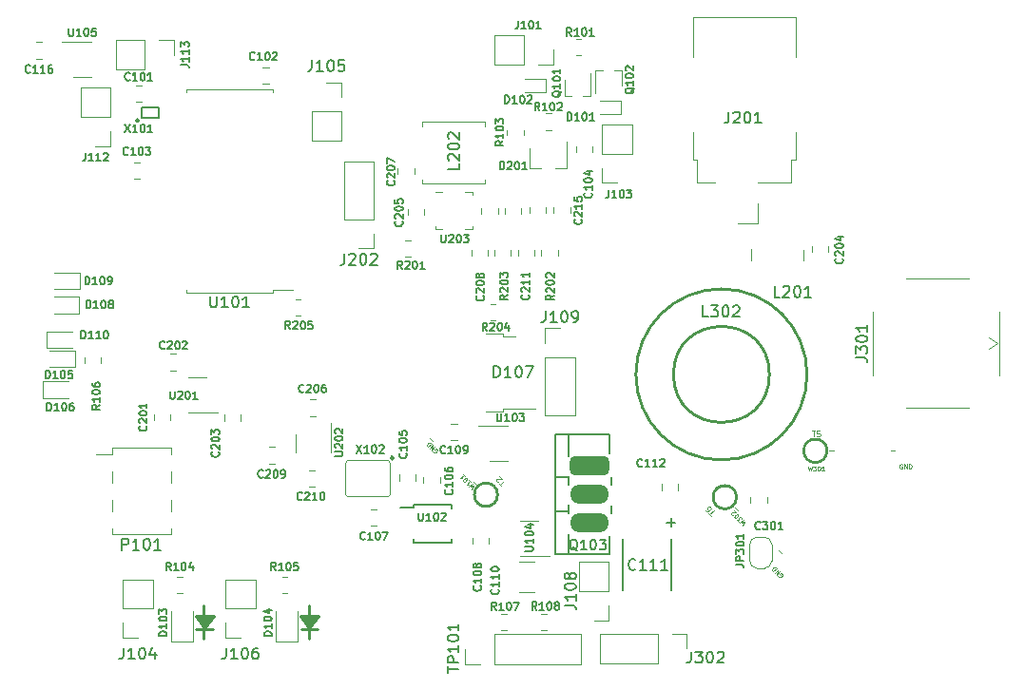
<source format=gbr>
%TF.GenerationSoftware,KiCad,Pcbnew,(6.0.4-0)*%
%TF.CreationDate,2023-06-22T12:51:49-04:00*%
%TF.ProjectId,SignalSlinger,5369676e-616c-4536-9c69-6e6765722e6b,rev?*%
%TF.SameCoordinates,Original*%
%TF.FileFunction,Legend,Top*%
%TF.FilePolarity,Positive*%
%FSLAX46Y46*%
G04 Gerber Fmt 4.6, Leading zero omitted, Abs format (unit mm)*
G04 Created by KiCad (PCBNEW (6.0.4-0)) date 2023-06-22 12:51:49*
%MOMM*%
%LPD*%
G01*
G04 APERTURE LIST*
G04 Aperture macros list*
%AMRoundRect*
0 Rectangle with rounded corners*
0 $1 Rounding radius*
0 $2 $3 $4 $5 $6 $7 $8 $9 X,Y pos of 4 corners*
0 Add a 4 corners polygon primitive as box body*
4,1,4,$2,$3,$4,$5,$6,$7,$8,$9,$2,$3,0*
0 Add four circle primitives for the rounded corners*
1,1,$1+$1,$2,$3*
1,1,$1+$1,$4,$5*
1,1,$1+$1,$6,$7*
1,1,$1+$1,$8,$9*
0 Add four rect primitives between the rounded corners*
20,1,$1+$1,$2,$3,$4,$5,0*
20,1,$1+$1,$4,$5,$6,$7,0*
20,1,$1+$1,$6,$7,$8,$9,0*
20,1,$1+$1,$8,$9,$2,$3,0*%
G04 Aperture macros list end*
%ADD10C,0.150000*%
%ADD11C,0.100000*%
%ADD12C,0.125000*%
%ADD13C,0.120000*%
%ADD14C,0.250000*%
%ADD15O,3.500120X1.699260*%
%ADD16RoundRect,0.424815X1.325245X0.424815X-1.325245X0.424815X-1.325245X-0.424815X1.325245X-0.424815X0*%
G04 APERTURE END LIST*
D10*
%TO.C,J104*%
X59984285Y-116542380D02*
X59984285Y-117256666D01*
X59936666Y-117399523D01*
X59841428Y-117494761D01*
X59698571Y-117542380D01*
X59603333Y-117542380D01*
X60984285Y-117542380D02*
X60412857Y-117542380D01*
X60698571Y-117542380D02*
X60698571Y-116542380D01*
X60603333Y-116685238D01*
X60508095Y-116780476D01*
X60412857Y-116828095D01*
X61603333Y-116542380D02*
X61698571Y-116542380D01*
X61793809Y-116590000D01*
X61841428Y-116637619D01*
X61889047Y-116732857D01*
X61936666Y-116923333D01*
X61936666Y-117161428D01*
X61889047Y-117351904D01*
X61841428Y-117447142D01*
X61793809Y-117494761D01*
X61698571Y-117542380D01*
X61603333Y-117542380D01*
X61508095Y-117494761D01*
X61460476Y-117447142D01*
X61412857Y-117351904D01*
X61365238Y-117161428D01*
X61365238Y-116923333D01*
X61412857Y-116732857D01*
X61460476Y-116637619D01*
X61508095Y-116590000D01*
X61603333Y-116542380D01*
X62793809Y-116875714D02*
X62793809Y-117542380D01*
X62555714Y-116494761D02*
X62317619Y-117209047D01*
X62936666Y-117209047D01*
%TO.C,U203*%
X88290000Y-79726666D02*
X88290000Y-80293333D01*
X88323333Y-80360000D01*
X88356666Y-80393333D01*
X88423333Y-80426666D01*
X88556666Y-80426666D01*
X88623333Y-80393333D01*
X88656666Y-80360000D01*
X88690000Y-80293333D01*
X88690000Y-79726666D01*
X88990000Y-79793333D02*
X89023333Y-79760000D01*
X89090000Y-79726666D01*
X89256666Y-79726666D01*
X89323333Y-79760000D01*
X89356666Y-79793333D01*
X89390000Y-79860000D01*
X89390000Y-79926666D01*
X89356666Y-80026666D01*
X88956666Y-80426666D01*
X89390000Y-80426666D01*
X89823333Y-79726666D02*
X89890000Y-79726666D01*
X89956666Y-79760000D01*
X89990000Y-79793333D01*
X90023333Y-79860000D01*
X90056666Y-79993333D01*
X90056666Y-80160000D01*
X90023333Y-80293333D01*
X89990000Y-80360000D01*
X89956666Y-80393333D01*
X89890000Y-80426666D01*
X89823333Y-80426666D01*
X89756666Y-80393333D01*
X89723333Y-80360000D01*
X89690000Y-80293333D01*
X89656666Y-80160000D01*
X89656666Y-79993333D01*
X89690000Y-79860000D01*
X89723333Y-79793333D01*
X89756666Y-79760000D01*
X89823333Y-79726666D01*
X90290000Y-79726666D02*
X90723333Y-79726666D01*
X90490000Y-79993333D01*
X90590000Y-79993333D01*
X90656666Y-80026666D01*
X90690000Y-80060000D01*
X90723333Y-80126666D01*
X90723333Y-80293333D01*
X90690000Y-80360000D01*
X90656666Y-80393333D01*
X90590000Y-80426666D01*
X90390000Y-80426666D01*
X90323333Y-80393333D01*
X90290000Y-80360000D01*
%TO.C,JP301*%
X114536666Y-109140000D02*
X115036666Y-109140000D01*
X115136666Y-109173333D01*
X115203333Y-109240000D01*
X115236666Y-109340000D01*
X115236666Y-109406666D01*
X115236666Y-108806666D02*
X114536666Y-108806666D01*
X114536666Y-108540000D01*
X114570000Y-108473333D01*
X114603333Y-108440000D01*
X114670000Y-108406666D01*
X114770000Y-108406666D01*
X114836666Y-108440000D01*
X114870000Y-108473333D01*
X114903333Y-108540000D01*
X114903333Y-108806666D01*
X114536666Y-108173333D02*
X114536666Y-107740000D01*
X114803333Y-107973333D01*
X114803333Y-107873333D01*
X114836666Y-107806666D01*
X114870000Y-107773333D01*
X114936666Y-107740000D01*
X115103333Y-107740000D01*
X115170000Y-107773333D01*
X115203333Y-107806666D01*
X115236666Y-107873333D01*
X115236666Y-108073333D01*
X115203333Y-108140000D01*
X115170000Y-108173333D01*
X114536666Y-107306666D02*
X114536666Y-107240000D01*
X114570000Y-107173333D01*
X114603333Y-107140000D01*
X114670000Y-107106666D01*
X114803333Y-107073333D01*
X114970000Y-107073333D01*
X115103333Y-107106666D01*
X115170000Y-107140000D01*
X115203333Y-107173333D01*
X115236666Y-107240000D01*
X115236666Y-107306666D01*
X115203333Y-107373333D01*
X115170000Y-107406666D01*
X115103333Y-107440000D01*
X114970000Y-107473333D01*
X114803333Y-107473333D01*
X114670000Y-107440000D01*
X114603333Y-107406666D01*
X114570000Y-107373333D01*
X114536666Y-107306666D01*
X115236666Y-106406666D02*
X115236666Y-106806666D01*
X115236666Y-106606666D02*
X114536666Y-106606666D01*
X114636666Y-106673333D01*
X114703333Y-106740000D01*
X114736666Y-106806666D01*
%TO.C,J302*%
X110544285Y-116882380D02*
X110544285Y-117596666D01*
X110496666Y-117739523D01*
X110401428Y-117834761D01*
X110258571Y-117882380D01*
X110163333Y-117882380D01*
X110925238Y-116882380D02*
X111544285Y-116882380D01*
X111210952Y-117263333D01*
X111353809Y-117263333D01*
X111449047Y-117310952D01*
X111496666Y-117358571D01*
X111544285Y-117453809D01*
X111544285Y-117691904D01*
X111496666Y-117787142D01*
X111449047Y-117834761D01*
X111353809Y-117882380D01*
X111068095Y-117882380D01*
X110972857Y-117834761D01*
X110925238Y-117787142D01*
X112163333Y-116882380D02*
X112258571Y-116882380D01*
X112353809Y-116930000D01*
X112401428Y-116977619D01*
X112449047Y-117072857D01*
X112496666Y-117263333D01*
X112496666Y-117501428D01*
X112449047Y-117691904D01*
X112401428Y-117787142D01*
X112353809Y-117834761D01*
X112258571Y-117882380D01*
X112163333Y-117882380D01*
X112068095Y-117834761D01*
X112020476Y-117787142D01*
X111972857Y-117691904D01*
X111925238Y-117501428D01*
X111925238Y-117263333D01*
X111972857Y-117072857D01*
X112020476Y-116977619D01*
X112068095Y-116930000D01*
X112163333Y-116882380D01*
X112877619Y-116977619D02*
X112925238Y-116930000D01*
X113020476Y-116882380D01*
X113258571Y-116882380D01*
X113353809Y-116930000D01*
X113401428Y-116977619D01*
X113449047Y-117072857D01*
X113449047Y-117168095D01*
X113401428Y-117310952D01*
X112830000Y-117882380D01*
X113449047Y-117882380D01*
%TO.C,D106*%
X53176666Y-95416666D02*
X53176666Y-94716666D01*
X53343333Y-94716666D01*
X53443333Y-94750000D01*
X53510000Y-94816666D01*
X53543333Y-94883333D01*
X53576666Y-95016666D01*
X53576666Y-95116666D01*
X53543333Y-95250000D01*
X53510000Y-95316666D01*
X53443333Y-95383333D01*
X53343333Y-95416666D01*
X53176666Y-95416666D01*
X54243333Y-95416666D02*
X53843333Y-95416666D01*
X54043333Y-95416666D02*
X54043333Y-94716666D01*
X53976666Y-94816666D01*
X53910000Y-94883333D01*
X53843333Y-94916666D01*
X54676666Y-94716666D02*
X54743333Y-94716666D01*
X54810000Y-94750000D01*
X54843333Y-94783333D01*
X54876666Y-94850000D01*
X54910000Y-94983333D01*
X54910000Y-95150000D01*
X54876666Y-95283333D01*
X54843333Y-95350000D01*
X54810000Y-95383333D01*
X54743333Y-95416666D01*
X54676666Y-95416666D01*
X54610000Y-95383333D01*
X54576666Y-95350000D01*
X54543333Y-95283333D01*
X54510000Y-95150000D01*
X54510000Y-94983333D01*
X54543333Y-94850000D01*
X54576666Y-94783333D01*
X54610000Y-94750000D01*
X54676666Y-94716666D01*
X55510000Y-94716666D02*
X55376666Y-94716666D01*
X55310000Y-94750000D01*
X55276666Y-94783333D01*
X55210000Y-94883333D01*
X55176666Y-95016666D01*
X55176666Y-95283333D01*
X55210000Y-95350000D01*
X55243333Y-95383333D01*
X55310000Y-95416666D01*
X55443333Y-95416666D01*
X55510000Y-95383333D01*
X55543333Y-95350000D01*
X55576666Y-95283333D01*
X55576666Y-95116666D01*
X55543333Y-95050000D01*
X55510000Y-95016666D01*
X55443333Y-94983333D01*
X55310000Y-94983333D01*
X55243333Y-95016666D01*
X55210000Y-95050000D01*
X55176666Y-95116666D01*
%TO.C,R104*%
X64209166Y-109636666D02*
X63975833Y-109303333D01*
X63809166Y-109636666D02*
X63809166Y-108936666D01*
X64075833Y-108936666D01*
X64142500Y-108970000D01*
X64175833Y-109003333D01*
X64209166Y-109070000D01*
X64209166Y-109170000D01*
X64175833Y-109236666D01*
X64142500Y-109270000D01*
X64075833Y-109303333D01*
X63809166Y-109303333D01*
X64875833Y-109636666D02*
X64475833Y-109636666D01*
X64675833Y-109636666D02*
X64675833Y-108936666D01*
X64609166Y-109036666D01*
X64542500Y-109103333D01*
X64475833Y-109136666D01*
X65309166Y-108936666D02*
X65375833Y-108936666D01*
X65442500Y-108970000D01*
X65475833Y-109003333D01*
X65509166Y-109070000D01*
X65542500Y-109203333D01*
X65542500Y-109370000D01*
X65509166Y-109503333D01*
X65475833Y-109570000D01*
X65442500Y-109603333D01*
X65375833Y-109636666D01*
X65309166Y-109636666D01*
X65242500Y-109603333D01*
X65209166Y-109570000D01*
X65175833Y-109503333D01*
X65142500Y-109370000D01*
X65142500Y-109203333D01*
X65175833Y-109070000D01*
X65209166Y-109003333D01*
X65242500Y-108970000D01*
X65309166Y-108936666D01*
X66142500Y-109170000D02*
X66142500Y-109636666D01*
X65975833Y-108903333D02*
X65809166Y-109403333D01*
X66242500Y-109403333D01*
%TO.C,C102*%
X71666666Y-64120000D02*
X71633333Y-64153333D01*
X71533333Y-64186666D01*
X71466666Y-64186666D01*
X71366666Y-64153333D01*
X71300000Y-64086666D01*
X71266666Y-64020000D01*
X71233333Y-63886666D01*
X71233333Y-63786666D01*
X71266666Y-63653333D01*
X71300000Y-63586666D01*
X71366666Y-63520000D01*
X71466666Y-63486666D01*
X71533333Y-63486666D01*
X71633333Y-63520000D01*
X71666666Y-63553333D01*
X72333333Y-64186666D02*
X71933333Y-64186666D01*
X72133333Y-64186666D02*
X72133333Y-63486666D01*
X72066666Y-63586666D01*
X72000000Y-63653333D01*
X71933333Y-63686666D01*
X72766666Y-63486666D02*
X72833333Y-63486666D01*
X72900000Y-63520000D01*
X72933333Y-63553333D01*
X72966666Y-63620000D01*
X73000000Y-63753333D01*
X73000000Y-63920000D01*
X72966666Y-64053333D01*
X72933333Y-64120000D01*
X72900000Y-64153333D01*
X72833333Y-64186666D01*
X72766666Y-64186666D01*
X72700000Y-64153333D01*
X72666666Y-64120000D01*
X72633333Y-64053333D01*
X72600000Y-63920000D01*
X72600000Y-63753333D01*
X72633333Y-63620000D01*
X72666666Y-63553333D01*
X72700000Y-63520000D01*
X72766666Y-63486666D01*
X73266666Y-63553333D02*
X73300000Y-63520000D01*
X73366666Y-63486666D01*
X73533333Y-63486666D01*
X73600000Y-63520000D01*
X73633333Y-63553333D01*
X73666666Y-63620000D01*
X73666666Y-63686666D01*
X73633333Y-63786666D01*
X73233333Y-64186666D01*
X73666666Y-64186666D01*
%TO.C,U202*%
X78816666Y-99450000D02*
X79383333Y-99450000D01*
X79450000Y-99416666D01*
X79483333Y-99383333D01*
X79516666Y-99316666D01*
X79516666Y-99183333D01*
X79483333Y-99116666D01*
X79450000Y-99083333D01*
X79383333Y-99050000D01*
X78816666Y-99050000D01*
X78883333Y-98750000D02*
X78850000Y-98716666D01*
X78816666Y-98650000D01*
X78816666Y-98483333D01*
X78850000Y-98416666D01*
X78883333Y-98383333D01*
X78950000Y-98350000D01*
X79016666Y-98350000D01*
X79116666Y-98383333D01*
X79516666Y-98783333D01*
X79516666Y-98350000D01*
X78816666Y-97916666D02*
X78816666Y-97850000D01*
X78850000Y-97783333D01*
X78883333Y-97750000D01*
X78950000Y-97716666D01*
X79083333Y-97683333D01*
X79250000Y-97683333D01*
X79383333Y-97716666D01*
X79450000Y-97750000D01*
X79483333Y-97783333D01*
X79516666Y-97850000D01*
X79516666Y-97916666D01*
X79483333Y-97983333D01*
X79450000Y-98016666D01*
X79383333Y-98050000D01*
X79250000Y-98083333D01*
X79083333Y-98083333D01*
X78950000Y-98050000D01*
X78883333Y-98016666D01*
X78850000Y-97983333D01*
X78816666Y-97916666D01*
X78883333Y-97416666D02*
X78850000Y-97383333D01*
X78816666Y-97316666D01*
X78816666Y-97150000D01*
X78850000Y-97083333D01*
X78883333Y-97050000D01*
X78950000Y-97016666D01*
X79016666Y-97016666D01*
X79116666Y-97050000D01*
X79516666Y-97450000D01*
X79516666Y-97016666D01*
%TO.C,D103*%
X63851666Y-115483333D02*
X63151666Y-115483333D01*
X63151666Y-115316666D01*
X63185000Y-115216666D01*
X63251666Y-115150000D01*
X63318333Y-115116666D01*
X63451666Y-115083333D01*
X63551666Y-115083333D01*
X63685000Y-115116666D01*
X63751666Y-115150000D01*
X63818333Y-115216666D01*
X63851666Y-115316666D01*
X63851666Y-115483333D01*
X63851666Y-114416666D02*
X63851666Y-114816666D01*
X63851666Y-114616666D02*
X63151666Y-114616666D01*
X63251666Y-114683333D01*
X63318333Y-114750000D01*
X63351666Y-114816666D01*
X63151666Y-113983333D02*
X63151666Y-113916666D01*
X63185000Y-113850000D01*
X63218333Y-113816666D01*
X63285000Y-113783333D01*
X63418333Y-113750000D01*
X63585000Y-113750000D01*
X63718333Y-113783333D01*
X63785000Y-113816666D01*
X63818333Y-113850000D01*
X63851666Y-113916666D01*
X63851666Y-113983333D01*
X63818333Y-114050000D01*
X63785000Y-114083333D01*
X63718333Y-114116666D01*
X63585000Y-114150000D01*
X63418333Y-114150000D01*
X63285000Y-114116666D01*
X63218333Y-114083333D01*
X63185000Y-114050000D01*
X63151666Y-113983333D01*
X63151666Y-113516666D02*
X63151666Y-113083333D01*
X63418333Y-113316666D01*
X63418333Y-113216666D01*
X63451666Y-113150000D01*
X63485000Y-113116666D01*
X63551666Y-113083333D01*
X63718333Y-113083333D01*
X63785000Y-113116666D01*
X63818333Y-113150000D01*
X63851666Y-113216666D01*
X63851666Y-113416666D01*
X63818333Y-113483333D01*
X63785000Y-113516666D01*
%TO.C,C108*%
X91770000Y-111023333D02*
X91803333Y-111056666D01*
X91836666Y-111156666D01*
X91836666Y-111223333D01*
X91803333Y-111323333D01*
X91736666Y-111390000D01*
X91670000Y-111423333D01*
X91536666Y-111456666D01*
X91436666Y-111456666D01*
X91303333Y-111423333D01*
X91236666Y-111390000D01*
X91170000Y-111323333D01*
X91136666Y-111223333D01*
X91136666Y-111156666D01*
X91170000Y-111056666D01*
X91203333Y-111023333D01*
X91836666Y-110356666D02*
X91836666Y-110756666D01*
X91836666Y-110556666D02*
X91136666Y-110556666D01*
X91236666Y-110623333D01*
X91303333Y-110690000D01*
X91336666Y-110756666D01*
X91136666Y-109923333D02*
X91136666Y-109856666D01*
X91170000Y-109790000D01*
X91203333Y-109756666D01*
X91270000Y-109723333D01*
X91403333Y-109690000D01*
X91570000Y-109690000D01*
X91703333Y-109723333D01*
X91770000Y-109756666D01*
X91803333Y-109790000D01*
X91836666Y-109856666D01*
X91836666Y-109923333D01*
X91803333Y-109990000D01*
X91770000Y-110023333D01*
X91703333Y-110056666D01*
X91570000Y-110090000D01*
X91403333Y-110090000D01*
X91270000Y-110056666D01*
X91203333Y-110023333D01*
X91170000Y-109990000D01*
X91136666Y-109923333D01*
X91436666Y-109290000D02*
X91403333Y-109356666D01*
X91370000Y-109390000D01*
X91303333Y-109423333D01*
X91270000Y-109423333D01*
X91203333Y-109390000D01*
X91170000Y-109356666D01*
X91136666Y-109290000D01*
X91136666Y-109156666D01*
X91170000Y-109090000D01*
X91203333Y-109056666D01*
X91270000Y-109023333D01*
X91303333Y-109023333D01*
X91370000Y-109056666D01*
X91403333Y-109090000D01*
X91436666Y-109156666D01*
X91436666Y-109290000D01*
X91470000Y-109356666D01*
X91503333Y-109390000D01*
X91570000Y-109423333D01*
X91703333Y-109423333D01*
X91770000Y-109390000D01*
X91803333Y-109356666D01*
X91836666Y-109290000D01*
X91836666Y-109156666D01*
X91803333Y-109090000D01*
X91770000Y-109056666D01*
X91703333Y-109023333D01*
X91570000Y-109023333D01*
X91503333Y-109056666D01*
X91470000Y-109090000D01*
X91436666Y-109156666D01*
%TO.C,J112*%
X56590000Y-72471666D02*
X56590000Y-72971666D01*
X56556666Y-73071666D01*
X56490000Y-73138333D01*
X56390000Y-73171666D01*
X56323333Y-73171666D01*
X57290000Y-73171666D02*
X56890000Y-73171666D01*
X57090000Y-73171666D02*
X57090000Y-72471666D01*
X57023333Y-72571666D01*
X56956666Y-72638333D01*
X56890000Y-72671666D01*
X57956666Y-73171666D02*
X57556666Y-73171666D01*
X57756666Y-73171666D02*
X57756666Y-72471666D01*
X57690000Y-72571666D01*
X57623333Y-72638333D01*
X57556666Y-72671666D01*
X58223333Y-72538333D02*
X58256666Y-72505000D01*
X58323333Y-72471666D01*
X58490000Y-72471666D01*
X58556666Y-72505000D01*
X58590000Y-72538333D01*
X58623333Y-72605000D01*
X58623333Y-72671666D01*
X58590000Y-72771666D01*
X58190000Y-73171666D01*
X58623333Y-73171666D01*
%TO.C,R202*%
X98316666Y-85133333D02*
X97983333Y-85366666D01*
X98316666Y-85533333D02*
X97616666Y-85533333D01*
X97616666Y-85266666D01*
X97650000Y-85200000D01*
X97683333Y-85166666D01*
X97750000Y-85133333D01*
X97850000Y-85133333D01*
X97916666Y-85166666D01*
X97950000Y-85200000D01*
X97983333Y-85266666D01*
X97983333Y-85533333D01*
X97683333Y-84866666D02*
X97650000Y-84833333D01*
X97616666Y-84766666D01*
X97616666Y-84600000D01*
X97650000Y-84533333D01*
X97683333Y-84500000D01*
X97750000Y-84466666D01*
X97816666Y-84466666D01*
X97916666Y-84500000D01*
X98316666Y-84900000D01*
X98316666Y-84466666D01*
X97616666Y-84033333D02*
X97616666Y-83966666D01*
X97650000Y-83900000D01*
X97683333Y-83866666D01*
X97750000Y-83833333D01*
X97883333Y-83800000D01*
X98050000Y-83800000D01*
X98183333Y-83833333D01*
X98250000Y-83866666D01*
X98283333Y-83900000D01*
X98316666Y-83966666D01*
X98316666Y-84033333D01*
X98283333Y-84100000D01*
X98250000Y-84133333D01*
X98183333Y-84166666D01*
X98050000Y-84200000D01*
X97883333Y-84200000D01*
X97750000Y-84166666D01*
X97683333Y-84133333D01*
X97650000Y-84100000D01*
X97616666Y-84033333D01*
X97683333Y-83533333D02*
X97650000Y-83500000D01*
X97616666Y-83433333D01*
X97616666Y-83266666D01*
X97650000Y-83200000D01*
X97683333Y-83166666D01*
X97750000Y-83133333D01*
X97816666Y-83133333D01*
X97916666Y-83166666D01*
X98316666Y-83566666D01*
X98316666Y-83133333D01*
%TO.C,J202*%
X79664285Y-81417380D02*
X79664285Y-82131666D01*
X79616666Y-82274523D01*
X79521428Y-82369761D01*
X79378571Y-82417380D01*
X79283333Y-82417380D01*
X80092857Y-81512619D02*
X80140476Y-81465000D01*
X80235714Y-81417380D01*
X80473809Y-81417380D01*
X80569047Y-81465000D01*
X80616666Y-81512619D01*
X80664285Y-81607857D01*
X80664285Y-81703095D01*
X80616666Y-81845952D01*
X80045238Y-82417380D01*
X80664285Y-82417380D01*
X81283333Y-81417380D02*
X81378571Y-81417380D01*
X81473809Y-81465000D01*
X81521428Y-81512619D01*
X81569047Y-81607857D01*
X81616666Y-81798333D01*
X81616666Y-82036428D01*
X81569047Y-82226904D01*
X81521428Y-82322142D01*
X81473809Y-82369761D01*
X81378571Y-82417380D01*
X81283333Y-82417380D01*
X81188095Y-82369761D01*
X81140476Y-82322142D01*
X81092857Y-82226904D01*
X81045238Y-82036428D01*
X81045238Y-81798333D01*
X81092857Y-81607857D01*
X81140476Y-81512619D01*
X81188095Y-81465000D01*
X81283333Y-81417380D01*
X81997619Y-81512619D02*
X82045238Y-81465000D01*
X82140476Y-81417380D01*
X82378571Y-81417380D01*
X82473809Y-81465000D01*
X82521428Y-81512619D01*
X82569047Y-81607857D01*
X82569047Y-81703095D01*
X82521428Y-81845952D01*
X81950000Y-82417380D01*
X82569047Y-82417380D01*
%TO.C,L202*%
X89882380Y-73399047D02*
X89882380Y-73875238D01*
X88882380Y-73875238D01*
X88977619Y-73113333D02*
X88930000Y-73065714D01*
X88882380Y-72970476D01*
X88882380Y-72732380D01*
X88930000Y-72637142D01*
X88977619Y-72589523D01*
X89072857Y-72541904D01*
X89168095Y-72541904D01*
X89310952Y-72589523D01*
X89882380Y-73160952D01*
X89882380Y-72541904D01*
X88882380Y-71922857D02*
X88882380Y-71827619D01*
X88930000Y-71732380D01*
X88977619Y-71684761D01*
X89072857Y-71637142D01*
X89263333Y-71589523D01*
X89501428Y-71589523D01*
X89691904Y-71637142D01*
X89787142Y-71684761D01*
X89834761Y-71732380D01*
X89882380Y-71827619D01*
X89882380Y-71922857D01*
X89834761Y-72018095D01*
X89787142Y-72065714D01*
X89691904Y-72113333D01*
X89501428Y-72160952D01*
X89263333Y-72160952D01*
X89072857Y-72113333D01*
X88977619Y-72065714D01*
X88930000Y-72018095D01*
X88882380Y-71922857D01*
X88977619Y-71208571D02*
X88930000Y-71160952D01*
X88882380Y-71065714D01*
X88882380Y-70827619D01*
X88930000Y-70732380D01*
X88977619Y-70684761D01*
X89072857Y-70637142D01*
X89168095Y-70637142D01*
X89310952Y-70684761D01*
X89882380Y-71256190D01*
X89882380Y-70637142D01*
%TO.C,D110*%
X56226666Y-88996666D02*
X56226666Y-88296666D01*
X56393333Y-88296666D01*
X56493333Y-88330000D01*
X56560000Y-88396666D01*
X56593333Y-88463333D01*
X56626666Y-88596666D01*
X56626666Y-88696666D01*
X56593333Y-88830000D01*
X56560000Y-88896666D01*
X56493333Y-88963333D01*
X56393333Y-88996666D01*
X56226666Y-88996666D01*
X57293333Y-88996666D02*
X56893333Y-88996666D01*
X57093333Y-88996666D02*
X57093333Y-88296666D01*
X57026666Y-88396666D01*
X56960000Y-88463333D01*
X56893333Y-88496666D01*
X57960000Y-88996666D02*
X57560000Y-88996666D01*
X57760000Y-88996666D02*
X57760000Y-88296666D01*
X57693333Y-88396666D01*
X57626666Y-88463333D01*
X57560000Y-88496666D01*
X58393333Y-88296666D02*
X58460000Y-88296666D01*
X58526666Y-88330000D01*
X58560000Y-88363333D01*
X58593333Y-88430000D01*
X58626666Y-88563333D01*
X58626666Y-88730000D01*
X58593333Y-88863333D01*
X58560000Y-88930000D01*
X58526666Y-88963333D01*
X58460000Y-88996666D01*
X58393333Y-88996666D01*
X58326666Y-88963333D01*
X58293333Y-88930000D01*
X58260000Y-88863333D01*
X58226666Y-88730000D01*
X58226666Y-88563333D01*
X58260000Y-88430000D01*
X58293333Y-88363333D01*
X58326666Y-88330000D01*
X58393333Y-88296666D01*
%TO.C,D201*%
X93506666Y-73926666D02*
X93506666Y-73226666D01*
X93673333Y-73226666D01*
X93773333Y-73260000D01*
X93840000Y-73326666D01*
X93873333Y-73393333D01*
X93906666Y-73526666D01*
X93906666Y-73626666D01*
X93873333Y-73760000D01*
X93840000Y-73826666D01*
X93773333Y-73893333D01*
X93673333Y-73926666D01*
X93506666Y-73926666D01*
X94173333Y-73293333D02*
X94206666Y-73260000D01*
X94273333Y-73226666D01*
X94440000Y-73226666D01*
X94506666Y-73260000D01*
X94540000Y-73293333D01*
X94573333Y-73360000D01*
X94573333Y-73426666D01*
X94540000Y-73526666D01*
X94140000Y-73926666D01*
X94573333Y-73926666D01*
X95006666Y-73226666D02*
X95073333Y-73226666D01*
X95140000Y-73260000D01*
X95173333Y-73293333D01*
X95206666Y-73360000D01*
X95240000Y-73493333D01*
X95240000Y-73660000D01*
X95206666Y-73793333D01*
X95173333Y-73860000D01*
X95140000Y-73893333D01*
X95073333Y-73926666D01*
X95006666Y-73926666D01*
X94940000Y-73893333D01*
X94906666Y-73860000D01*
X94873333Y-73793333D01*
X94840000Y-73660000D01*
X94840000Y-73493333D01*
X94873333Y-73360000D01*
X94906666Y-73293333D01*
X94940000Y-73260000D01*
X95006666Y-73226666D01*
X95906666Y-73926666D02*
X95506666Y-73926666D01*
X95706666Y-73926666D02*
X95706666Y-73226666D01*
X95640000Y-73326666D01*
X95573333Y-73393333D01*
X95506666Y-73426666D01*
%TO.C,R103*%
X93826666Y-71400833D02*
X93493333Y-71634166D01*
X93826666Y-71800833D02*
X93126666Y-71800833D01*
X93126666Y-71534166D01*
X93160000Y-71467500D01*
X93193333Y-71434166D01*
X93260000Y-71400833D01*
X93360000Y-71400833D01*
X93426666Y-71434166D01*
X93460000Y-71467500D01*
X93493333Y-71534166D01*
X93493333Y-71800833D01*
X93826666Y-70734166D02*
X93826666Y-71134166D01*
X93826666Y-70934166D02*
X93126666Y-70934166D01*
X93226666Y-71000833D01*
X93293333Y-71067500D01*
X93326666Y-71134166D01*
X93126666Y-70300833D02*
X93126666Y-70234166D01*
X93160000Y-70167500D01*
X93193333Y-70134166D01*
X93260000Y-70100833D01*
X93393333Y-70067500D01*
X93560000Y-70067500D01*
X93693333Y-70100833D01*
X93760000Y-70134166D01*
X93793333Y-70167500D01*
X93826666Y-70234166D01*
X93826666Y-70300833D01*
X93793333Y-70367500D01*
X93760000Y-70400833D01*
X93693333Y-70434166D01*
X93560000Y-70467500D01*
X93393333Y-70467500D01*
X93260000Y-70434166D01*
X93193333Y-70400833D01*
X93160000Y-70367500D01*
X93126666Y-70300833D01*
X93126666Y-69834166D02*
X93126666Y-69400833D01*
X93393333Y-69634166D01*
X93393333Y-69534166D01*
X93426666Y-69467500D01*
X93460000Y-69434166D01*
X93526666Y-69400833D01*
X93693333Y-69400833D01*
X93760000Y-69434166D01*
X93793333Y-69467500D01*
X93826666Y-69534166D01*
X93826666Y-69734166D01*
X93793333Y-69800833D01*
X93760000Y-69834166D01*
%TO.C,D109*%
X56576666Y-84166666D02*
X56576666Y-83466666D01*
X56743333Y-83466666D01*
X56843333Y-83500000D01*
X56910000Y-83566666D01*
X56943333Y-83633333D01*
X56976666Y-83766666D01*
X56976666Y-83866666D01*
X56943333Y-84000000D01*
X56910000Y-84066666D01*
X56843333Y-84133333D01*
X56743333Y-84166666D01*
X56576666Y-84166666D01*
X57643333Y-84166666D02*
X57243333Y-84166666D01*
X57443333Y-84166666D02*
X57443333Y-83466666D01*
X57376666Y-83566666D01*
X57310000Y-83633333D01*
X57243333Y-83666666D01*
X58076666Y-83466666D02*
X58143333Y-83466666D01*
X58210000Y-83500000D01*
X58243333Y-83533333D01*
X58276666Y-83600000D01*
X58310000Y-83733333D01*
X58310000Y-83900000D01*
X58276666Y-84033333D01*
X58243333Y-84100000D01*
X58210000Y-84133333D01*
X58143333Y-84166666D01*
X58076666Y-84166666D01*
X58010000Y-84133333D01*
X57976666Y-84100000D01*
X57943333Y-84033333D01*
X57910000Y-83900000D01*
X57910000Y-83733333D01*
X57943333Y-83600000D01*
X57976666Y-83533333D01*
X58010000Y-83500000D01*
X58076666Y-83466666D01*
X58643333Y-84166666D02*
X58776666Y-84166666D01*
X58843333Y-84133333D01*
X58876666Y-84100000D01*
X58943333Y-84000000D01*
X58976666Y-83866666D01*
X58976666Y-83600000D01*
X58943333Y-83533333D01*
X58910000Y-83500000D01*
X58843333Y-83466666D01*
X58710000Y-83466666D01*
X58643333Y-83500000D01*
X58610000Y-83533333D01*
X58576666Y-83600000D01*
X58576666Y-83766666D01*
X58610000Y-83833333D01*
X58643333Y-83866666D01*
X58710000Y-83900000D01*
X58843333Y-83900000D01*
X58910000Y-83866666D01*
X58943333Y-83833333D01*
X58976666Y-83766666D01*
%TO.C,P101*%
X59869523Y-107822380D02*
X59869523Y-106822380D01*
X60250476Y-106822380D01*
X60345714Y-106870000D01*
X60393333Y-106917619D01*
X60440952Y-107012857D01*
X60440952Y-107155714D01*
X60393333Y-107250952D01*
X60345714Y-107298571D01*
X60250476Y-107346190D01*
X59869523Y-107346190D01*
X61393333Y-107822380D02*
X60821904Y-107822380D01*
X61107619Y-107822380D02*
X61107619Y-106822380D01*
X61012380Y-106965238D01*
X60917142Y-107060476D01*
X60821904Y-107108095D01*
X62012380Y-106822380D02*
X62107619Y-106822380D01*
X62202857Y-106870000D01*
X62250476Y-106917619D01*
X62298095Y-107012857D01*
X62345714Y-107203333D01*
X62345714Y-107441428D01*
X62298095Y-107631904D01*
X62250476Y-107727142D01*
X62202857Y-107774761D01*
X62107619Y-107822380D01*
X62012380Y-107822380D01*
X61917142Y-107774761D01*
X61869523Y-107727142D01*
X61821904Y-107631904D01*
X61774285Y-107441428D01*
X61774285Y-107203333D01*
X61821904Y-107012857D01*
X61869523Y-106917619D01*
X61917142Y-106870000D01*
X62012380Y-106822380D01*
X63298095Y-107822380D02*
X62726666Y-107822380D01*
X63012380Y-107822380D02*
X63012380Y-106822380D01*
X62917142Y-106965238D01*
X62821904Y-107060476D01*
X62726666Y-107108095D01*
%TO.C,J101*%
X95120000Y-60676666D02*
X95120000Y-61176666D01*
X95086666Y-61276666D01*
X95020000Y-61343333D01*
X94920000Y-61376666D01*
X94853333Y-61376666D01*
X95820000Y-61376666D02*
X95420000Y-61376666D01*
X95620000Y-61376666D02*
X95620000Y-60676666D01*
X95553333Y-60776666D01*
X95486666Y-60843333D01*
X95420000Y-60876666D01*
X96253333Y-60676666D02*
X96320000Y-60676666D01*
X96386666Y-60710000D01*
X96420000Y-60743333D01*
X96453333Y-60810000D01*
X96486666Y-60943333D01*
X96486666Y-61110000D01*
X96453333Y-61243333D01*
X96420000Y-61310000D01*
X96386666Y-61343333D01*
X96320000Y-61376666D01*
X96253333Y-61376666D01*
X96186666Y-61343333D01*
X96153333Y-61310000D01*
X96120000Y-61243333D01*
X96086666Y-61110000D01*
X96086666Y-60943333D01*
X96120000Y-60810000D01*
X96153333Y-60743333D01*
X96186666Y-60710000D01*
X96253333Y-60676666D01*
X97153333Y-61376666D02*
X96753333Y-61376666D01*
X96953333Y-61376666D02*
X96953333Y-60676666D01*
X96886666Y-60776666D01*
X96820000Y-60843333D01*
X96753333Y-60876666D01*
D11*
%TO.C,W101*%
X90950390Y-102410169D02*
X91165889Y-102059983D01*
X90909984Y-102208138D01*
X91058139Y-101952233D01*
X90707953Y-102167732D01*
X90734891Y-101628984D02*
X90896515Y-101790609D01*
X90815703Y-101709796D02*
X90532860Y-101992639D01*
X90600204Y-101979170D01*
X90654078Y-101979170D01*
X90694484Y-101992639D01*
X90276955Y-101736734D02*
X90250017Y-101709796D01*
X90236549Y-101669390D01*
X90236549Y-101642453D01*
X90250017Y-101602047D01*
X90290423Y-101534703D01*
X90357767Y-101467360D01*
X90425110Y-101426954D01*
X90465517Y-101413485D01*
X90492454Y-101413485D01*
X90532860Y-101426954D01*
X90559797Y-101453891D01*
X90573266Y-101494297D01*
X90573266Y-101521235D01*
X90559797Y-101561641D01*
X90519391Y-101628984D01*
X90452048Y-101696328D01*
X90384704Y-101736734D01*
X90344298Y-101750203D01*
X90317361Y-101750203D01*
X90276955Y-101736734D01*
X90196143Y-101090236D02*
X90357767Y-101251861D01*
X90276955Y-101171048D02*
X89994112Y-101453891D01*
X90061456Y-101440422D01*
X90115330Y-101440422D01*
X90155736Y-101453891D01*
D12*
X93632695Y-102114336D02*
X93430664Y-101912306D01*
X93885233Y-101659767D02*
X93531680Y-102013321D01*
X93363321Y-101777619D02*
X93329649Y-101777619D01*
X93279142Y-101760783D01*
X93194962Y-101676603D01*
X93178126Y-101626096D01*
X93178126Y-101592424D01*
X93194962Y-101541916D01*
X93228634Y-101508245D01*
X93295977Y-101474573D01*
X93700038Y-101474573D01*
X93481172Y-101255706D01*
D11*
X87556964Y-99059635D02*
X87570433Y-99100041D01*
X87610839Y-99140447D01*
X87664714Y-99167385D01*
X87718589Y-99167385D01*
X87758995Y-99153916D01*
X87826338Y-99113510D01*
X87866744Y-99073104D01*
X87907151Y-99005760D01*
X87920619Y-98965354D01*
X87920619Y-98911479D01*
X87893682Y-98857605D01*
X87866744Y-98830667D01*
X87812870Y-98803730D01*
X87785932Y-98803730D01*
X87691651Y-98898011D01*
X87745526Y-98951885D01*
X87691651Y-98655574D02*
X87408809Y-98938417D01*
X87530027Y-98493950D01*
X87247184Y-98776792D01*
X87395340Y-98359263D02*
X87112497Y-98642105D01*
X87045154Y-98574762D01*
X87018216Y-98520887D01*
X87018216Y-98467012D01*
X87031685Y-98426606D01*
X87072091Y-98359263D01*
X87112497Y-98318857D01*
X87179841Y-98278450D01*
X87220247Y-98264982D01*
X87274122Y-98264982D01*
X87327996Y-98291919D01*
X87395340Y-98359263D01*
D10*
%TO.C,C301*%
X116696666Y-105940000D02*
X116663333Y-105973333D01*
X116563333Y-106006666D01*
X116496666Y-106006666D01*
X116396666Y-105973333D01*
X116330000Y-105906666D01*
X116296666Y-105840000D01*
X116263333Y-105706666D01*
X116263333Y-105606666D01*
X116296666Y-105473333D01*
X116330000Y-105406666D01*
X116396666Y-105340000D01*
X116496666Y-105306666D01*
X116563333Y-105306666D01*
X116663333Y-105340000D01*
X116696666Y-105373333D01*
X116930000Y-105306666D02*
X117363333Y-105306666D01*
X117130000Y-105573333D01*
X117230000Y-105573333D01*
X117296666Y-105606666D01*
X117330000Y-105640000D01*
X117363333Y-105706666D01*
X117363333Y-105873333D01*
X117330000Y-105940000D01*
X117296666Y-105973333D01*
X117230000Y-106006666D01*
X117030000Y-106006666D01*
X116963333Y-105973333D01*
X116930000Y-105940000D01*
X117796666Y-105306666D02*
X117863333Y-105306666D01*
X117930000Y-105340000D01*
X117963333Y-105373333D01*
X117996666Y-105440000D01*
X118030000Y-105573333D01*
X118030000Y-105740000D01*
X117996666Y-105873333D01*
X117963333Y-105940000D01*
X117930000Y-105973333D01*
X117863333Y-106006666D01*
X117796666Y-106006666D01*
X117730000Y-105973333D01*
X117696666Y-105940000D01*
X117663333Y-105873333D01*
X117630000Y-105740000D01*
X117630000Y-105573333D01*
X117663333Y-105440000D01*
X117696666Y-105373333D01*
X117730000Y-105340000D01*
X117796666Y-105306666D01*
X118696666Y-106006666D02*
X118296666Y-106006666D01*
X118496666Y-106006666D02*
X118496666Y-105306666D01*
X118430000Y-105406666D01*
X118363333Y-105473333D01*
X118296666Y-105506666D01*
%TO.C,C105*%
X85150000Y-99203333D02*
X85183333Y-99236666D01*
X85216666Y-99336666D01*
X85216666Y-99403333D01*
X85183333Y-99503333D01*
X85116666Y-99570000D01*
X85050000Y-99603333D01*
X84916666Y-99636666D01*
X84816666Y-99636666D01*
X84683333Y-99603333D01*
X84616666Y-99570000D01*
X84550000Y-99503333D01*
X84516666Y-99403333D01*
X84516666Y-99336666D01*
X84550000Y-99236666D01*
X84583333Y-99203333D01*
X85216666Y-98536666D02*
X85216666Y-98936666D01*
X85216666Y-98736666D02*
X84516666Y-98736666D01*
X84616666Y-98803333D01*
X84683333Y-98870000D01*
X84716666Y-98936666D01*
X84516666Y-98103333D02*
X84516666Y-98036666D01*
X84550000Y-97970000D01*
X84583333Y-97936666D01*
X84650000Y-97903333D01*
X84783333Y-97870000D01*
X84950000Y-97870000D01*
X85083333Y-97903333D01*
X85150000Y-97936666D01*
X85183333Y-97970000D01*
X85216666Y-98036666D01*
X85216666Y-98103333D01*
X85183333Y-98170000D01*
X85150000Y-98203333D01*
X85083333Y-98236666D01*
X84950000Y-98270000D01*
X84783333Y-98270000D01*
X84650000Y-98236666D01*
X84583333Y-98203333D01*
X84550000Y-98170000D01*
X84516666Y-98103333D01*
X84516666Y-97236666D02*
X84516666Y-97570000D01*
X84850000Y-97603333D01*
X84816666Y-97570000D01*
X84783333Y-97503333D01*
X84783333Y-97336666D01*
X84816666Y-97270000D01*
X84850000Y-97236666D01*
X84916666Y-97203333D01*
X85083333Y-97203333D01*
X85150000Y-97236666D01*
X85183333Y-97270000D01*
X85216666Y-97336666D01*
X85216666Y-97503333D01*
X85183333Y-97570000D01*
X85150000Y-97603333D01*
%TO.C,C101*%
X60556666Y-65930000D02*
X60523333Y-65963333D01*
X60423333Y-65996666D01*
X60356666Y-65996666D01*
X60256666Y-65963333D01*
X60190000Y-65896666D01*
X60156666Y-65830000D01*
X60123333Y-65696666D01*
X60123333Y-65596666D01*
X60156666Y-65463333D01*
X60190000Y-65396666D01*
X60256666Y-65330000D01*
X60356666Y-65296666D01*
X60423333Y-65296666D01*
X60523333Y-65330000D01*
X60556666Y-65363333D01*
X61223333Y-65996666D02*
X60823333Y-65996666D01*
X61023333Y-65996666D02*
X61023333Y-65296666D01*
X60956666Y-65396666D01*
X60890000Y-65463333D01*
X60823333Y-65496666D01*
X61656666Y-65296666D02*
X61723333Y-65296666D01*
X61790000Y-65330000D01*
X61823333Y-65363333D01*
X61856666Y-65430000D01*
X61890000Y-65563333D01*
X61890000Y-65730000D01*
X61856666Y-65863333D01*
X61823333Y-65930000D01*
X61790000Y-65963333D01*
X61723333Y-65996666D01*
X61656666Y-65996666D01*
X61590000Y-65963333D01*
X61556666Y-65930000D01*
X61523333Y-65863333D01*
X61490000Y-65730000D01*
X61490000Y-65563333D01*
X61523333Y-65430000D01*
X61556666Y-65363333D01*
X61590000Y-65330000D01*
X61656666Y-65296666D01*
X62556666Y-65996666D02*
X62156666Y-65996666D01*
X62356666Y-65996666D02*
X62356666Y-65296666D01*
X62290000Y-65396666D01*
X62223333Y-65463333D01*
X62156666Y-65496666D01*
%TO.C,Q102*%
X105453333Y-66673333D02*
X105420000Y-66740000D01*
X105353333Y-66806666D01*
X105253333Y-66906666D01*
X105220000Y-66973333D01*
X105220000Y-67040000D01*
X105386666Y-67006666D02*
X105353333Y-67073333D01*
X105286666Y-67140000D01*
X105153333Y-67173333D01*
X104920000Y-67173333D01*
X104786666Y-67140000D01*
X104720000Y-67073333D01*
X104686666Y-67006666D01*
X104686666Y-66873333D01*
X104720000Y-66806666D01*
X104786666Y-66740000D01*
X104920000Y-66706666D01*
X105153333Y-66706666D01*
X105286666Y-66740000D01*
X105353333Y-66806666D01*
X105386666Y-66873333D01*
X105386666Y-67006666D01*
X105386666Y-66040000D02*
X105386666Y-66440000D01*
X105386666Y-66240000D02*
X104686666Y-66240000D01*
X104786666Y-66306666D01*
X104853333Y-66373333D01*
X104886666Y-66440000D01*
X104686666Y-65606666D02*
X104686666Y-65540000D01*
X104720000Y-65473333D01*
X104753333Y-65440000D01*
X104820000Y-65406666D01*
X104953333Y-65373333D01*
X105120000Y-65373333D01*
X105253333Y-65406666D01*
X105320000Y-65440000D01*
X105353333Y-65473333D01*
X105386666Y-65540000D01*
X105386666Y-65606666D01*
X105353333Y-65673333D01*
X105320000Y-65706666D01*
X105253333Y-65740000D01*
X105120000Y-65773333D01*
X104953333Y-65773333D01*
X104820000Y-65740000D01*
X104753333Y-65706666D01*
X104720000Y-65673333D01*
X104686666Y-65606666D01*
X104753333Y-65106666D02*
X104720000Y-65073333D01*
X104686666Y-65006666D01*
X104686666Y-64840000D01*
X104720000Y-64773333D01*
X104753333Y-64740000D01*
X104820000Y-64706666D01*
X104886666Y-64706666D01*
X104986666Y-64740000D01*
X105386666Y-65140000D01*
X105386666Y-64706666D01*
%TO.C,C203*%
X68450000Y-99093333D02*
X68483333Y-99126666D01*
X68516666Y-99226666D01*
X68516666Y-99293333D01*
X68483333Y-99393333D01*
X68416666Y-99460000D01*
X68350000Y-99493333D01*
X68216666Y-99526666D01*
X68116666Y-99526666D01*
X67983333Y-99493333D01*
X67916666Y-99460000D01*
X67850000Y-99393333D01*
X67816666Y-99293333D01*
X67816666Y-99226666D01*
X67850000Y-99126666D01*
X67883333Y-99093333D01*
X67883333Y-98826666D02*
X67850000Y-98793333D01*
X67816666Y-98726666D01*
X67816666Y-98560000D01*
X67850000Y-98493333D01*
X67883333Y-98460000D01*
X67950000Y-98426666D01*
X68016666Y-98426666D01*
X68116666Y-98460000D01*
X68516666Y-98860000D01*
X68516666Y-98426666D01*
X67816666Y-97993333D02*
X67816666Y-97926666D01*
X67850000Y-97860000D01*
X67883333Y-97826666D01*
X67950000Y-97793333D01*
X68083333Y-97760000D01*
X68250000Y-97760000D01*
X68383333Y-97793333D01*
X68450000Y-97826666D01*
X68483333Y-97860000D01*
X68516666Y-97926666D01*
X68516666Y-97993333D01*
X68483333Y-98060000D01*
X68450000Y-98093333D01*
X68383333Y-98126666D01*
X68250000Y-98160000D01*
X68083333Y-98160000D01*
X67950000Y-98126666D01*
X67883333Y-98093333D01*
X67850000Y-98060000D01*
X67816666Y-97993333D01*
X67816666Y-97526666D02*
X67816666Y-97093333D01*
X68083333Y-97326666D01*
X68083333Y-97226666D01*
X68116666Y-97160000D01*
X68150000Y-97126666D01*
X68216666Y-97093333D01*
X68383333Y-97093333D01*
X68450000Y-97126666D01*
X68483333Y-97160000D01*
X68516666Y-97226666D01*
X68516666Y-97426666D01*
X68483333Y-97493333D01*
X68450000Y-97526666D01*
%TO.C,J201*%
X113884285Y-68792380D02*
X113884285Y-69506666D01*
X113836666Y-69649523D01*
X113741428Y-69744761D01*
X113598571Y-69792380D01*
X113503333Y-69792380D01*
X114312857Y-68887619D02*
X114360476Y-68840000D01*
X114455714Y-68792380D01*
X114693809Y-68792380D01*
X114789047Y-68840000D01*
X114836666Y-68887619D01*
X114884285Y-68982857D01*
X114884285Y-69078095D01*
X114836666Y-69220952D01*
X114265238Y-69792380D01*
X114884285Y-69792380D01*
X115503333Y-68792380D02*
X115598571Y-68792380D01*
X115693809Y-68840000D01*
X115741428Y-68887619D01*
X115789047Y-68982857D01*
X115836666Y-69173333D01*
X115836666Y-69411428D01*
X115789047Y-69601904D01*
X115741428Y-69697142D01*
X115693809Y-69744761D01*
X115598571Y-69792380D01*
X115503333Y-69792380D01*
X115408095Y-69744761D01*
X115360476Y-69697142D01*
X115312857Y-69601904D01*
X115265238Y-69411428D01*
X115265238Y-69173333D01*
X115312857Y-68982857D01*
X115360476Y-68887619D01*
X115408095Y-68840000D01*
X115503333Y-68792380D01*
X116789047Y-69792380D02*
X116217619Y-69792380D01*
X116503333Y-69792380D02*
X116503333Y-68792380D01*
X116408095Y-68935238D01*
X116312857Y-69030476D01*
X116217619Y-69078095D01*
%TO.C,R203*%
X94226666Y-85103333D02*
X93893333Y-85336666D01*
X94226666Y-85503333D02*
X93526666Y-85503333D01*
X93526666Y-85236666D01*
X93560000Y-85170000D01*
X93593333Y-85136666D01*
X93660000Y-85103333D01*
X93760000Y-85103333D01*
X93826666Y-85136666D01*
X93860000Y-85170000D01*
X93893333Y-85236666D01*
X93893333Y-85503333D01*
X93593333Y-84836666D02*
X93560000Y-84803333D01*
X93526666Y-84736666D01*
X93526666Y-84570000D01*
X93560000Y-84503333D01*
X93593333Y-84470000D01*
X93660000Y-84436666D01*
X93726666Y-84436666D01*
X93826666Y-84470000D01*
X94226666Y-84870000D01*
X94226666Y-84436666D01*
X93526666Y-84003333D02*
X93526666Y-83936666D01*
X93560000Y-83870000D01*
X93593333Y-83836666D01*
X93660000Y-83803333D01*
X93793333Y-83770000D01*
X93960000Y-83770000D01*
X94093333Y-83803333D01*
X94160000Y-83836666D01*
X94193333Y-83870000D01*
X94226666Y-83936666D01*
X94226666Y-84003333D01*
X94193333Y-84070000D01*
X94160000Y-84103333D01*
X94093333Y-84136666D01*
X93960000Y-84170000D01*
X93793333Y-84170000D01*
X93660000Y-84136666D01*
X93593333Y-84103333D01*
X93560000Y-84070000D01*
X93526666Y-84003333D01*
X93526666Y-83536666D02*
X93526666Y-83103333D01*
X93793333Y-83336666D01*
X93793333Y-83236666D01*
X93826666Y-83170000D01*
X93860000Y-83136666D01*
X93926666Y-83103333D01*
X94093333Y-83103333D01*
X94160000Y-83136666D01*
X94193333Y-83170000D01*
X94226666Y-83236666D01*
X94226666Y-83436666D01*
X94193333Y-83503333D01*
X94160000Y-83536666D01*
%TO.C,C210*%
X75896666Y-103310000D02*
X75863333Y-103343333D01*
X75763333Y-103376666D01*
X75696666Y-103376666D01*
X75596666Y-103343333D01*
X75530000Y-103276666D01*
X75496666Y-103210000D01*
X75463333Y-103076666D01*
X75463333Y-102976666D01*
X75496666Y-102843333D01*
X75530000Y-102776666D01*
X75596666Y-102710000D01*
X75696666Y-102676666D01*
X75763333Y-102676666D01*
X75863333Y-102710000D01*
X75896666Y-102743333D01*
X76163333Y-102743333D02*
X76196666Y-102710000D01*
X76263333Y-102676666D01*
X76430000Y-102676666D01*
X76496666Y-102710000D01*
X76530000Y-102743333D01*
X76563333Y-102810000D01*
X76563333Y-102876666D01*
X76530000Y-102976666D01*
X76130000Y-103376666D01*
X76563333Y-103376666D01*
X77230000Y-103376666D02*
X76830000Y-103376666D01*
X77030000Y-103376666D02*
X77030000Y-102676666D01*
X76963333Y-102776666D01*
X76896666Y-102843333D01*
X76830000Y-102876666D01*
X77663333Y-102676666D02*
X77730000Y-102676666D01*
X77796666Y-102710000D01*
X77830000Y-102743333D01*
X77863333Y-102810000D01*
X77896666Y-102943333D01*
X77896666Y-103110000D01*
X77863333Y-103243333D01*
X77830000Y-103310000D01*
X77796666Y-103343333D01*
X77730000Y-103376666D01*
X77663333Y-103376666D01*
X77596666Y-103343333D01*
X77563333Y-103310000D01*
X77530000Y-103243333D01*
X77496666Y-103110000D01*
X77496666Y-102943333D01*
X77530000Y-102810000D01*
X77563333Y-102743333D01*
X77596666Y-102710000D01*
X77663333Y-102676666D01*
%TO.C,J103*%
X103200000Y-75756666D02*
X103200000Y-76256666D01*
X103166666Y-76356666D01*
X103100000Y-76423333D01*
X103000000Y-76456666D01*
X102933333Y-76456666D01*
X103900000Y-76456666D02*
X103500000Y-76456666D01*
X103700000Y-76456666D02*
X103700000Y-75756666D01*
X103633333Y-75856666D01*
X103566666Y-75923333D01*
X103500000Y-75956666D01*
X104333333Y-75756666D02*
X104400000Y-75756666D01*
X104466666Y-75790000D01*
X104500000Y-75823333D01*
X104533333Y-75890000D01*
X104566666Y-76023333D01*
X104566666Y-76190000D01*
X104533333Y-76323333D01*
X104500000Y-76390000D01*
X104466666Y-76423333D01*
X104400000Y-76456666D01*
X104333333Y-76456666D01*
X104266666Y-76423333D01*
X104233333Y-76390000D01*
X104200000Y-76323333D01*
X104166666Y-76190000D01*
X104166666Y-76023333D01*
X104200000Y-75890000D01*
X104233333Y-75823333D01*
X104266666Y-75790000D01*
X104333333Y-75756666D01*
X104800000Y-75756666D02*
X105233333Y-75756666D01*
X105000000Y-76023333D01*
X105100000Y-76023333D01*
X105166666Y-76056666D01*
X105200000Y-76090000D01*
X105233333Y-76156666D01*
X105233333Y-76323333D01*
X105200000Y-76390000D01*
X105166666Y-76423333D01*
X105100000Y-76456666D01*
X104900000Y-76456666D01*
X104833333Y-76423333D01*
X104800000Y-76390000D01*
%TO.C,C103*%
X60396666Y-72590000D02*
X60363333Y-72623333D01*
X60263333Y-72656666D01*
X60196666Y-72656666D01*
X60096666Y-72623333D01*
X60030000Y-72556666D01*
X59996666Y-72490000D01*
X59963333Y-72356666D01*
X59963333Y-72256666D01*
X59996666Y-72123333D01*
X60030000Y-72056666D01*
X60096666Y-71990000D01*
X60196666Y-71956666D01*
X60263333Y-71956666D01*
X60363333Y-71990000D01*
X60396666Y-72023333D01*
X61063333Y-72656666D02*
X60663333Y-72656666D01*
X60863333Y-72656666D02*
X60863333Y-71956666D01*
X60796666Y-72056666D01*
X60730000Y-72123333D01*
X60663333Y-72156666D01*
X61496666Y-71956666D02*
X61563333Y-71956666D01*
X61630000Y-71990000D01*
X61663333Y-72023333D01*
X61696666Y-72090000D01*
X61730000Y-72223333D01*
X61730000Y-72390000D01*
X61696666Y-72523333D01*
X61663333Y-72590000D01*
X61630000Y-72623333D01*
X61563333Y-72656666D01*
X61496666Y-72656666D01*
X61430000Y-72623333D01*
X61396666Y-72590000D01*
X61363333Y-72523333D01*
X61330000Y-72390000D01*
X61330000Y-72223333D01*
X61363333Y-72090000D01*
X61396666Y-72023333D01*
X61430000Y-71990000D01*
X61496666Y-71956666D01*
X61963333Y-71956666D02*
X62396666Y-71956666D01*
X62163333Y-72223333D01*
X62263333Y-72223333D01*
X62330000Y-72256666D01*
X62363333Y-72290000D01*
X62396666Y-72356666D01*
X62396666Y-72523333D01*
X62363333Y-72590000D01*
X62330000Y-72623333D01*
X62263333Y-72656666D01*
X62063333Y-72656666D01*
X61996666Y-72623333D01*
X61963333Y-72590000D01*
%TO.C,R106*%
X57896666Y-94893333D02*
X57563333Y-95126666D01*
X57896666Y-95293333D02*
X57196666Y-95293333D01*
X57196666Y-95026666D01*
X57230000Y-94960000D01*
X57263333Y-94926666D01*
X57330000Y-94893333D01*
X57430000Y-94893333D01*
X57496666Y-94926666D01*
X57530000Y-94960000D01*
X57563333Y-95026666D01*
X57563333Y-95293333D01*
X57896666Y-94226666D02*
X57896666Y-94626666D01*
X57896666Y-94426666D02*
X57196666Y-94426666D01*
X57296666Y-94493333D01*
X57363333Y-94560000D01*
X57396666Y-94626666D01*
X57196666Y-93793333D02*
X57196666Y-93726666D01*
X57230000Y-93660000D01*
X57263333Y-93626666D01*
X57330000Y-93593333D01*
X57463333Y-93560000D01*
X57630000Y-93560000D01*
X57763333Y-93593333D01*
X57830000Y-93626666D01*
X57863333Y-93660000D01*
X57896666Y-93726666D01*
X57896666Y-93793333D01*
X57863333Y-93860000D01*
X57830000Y-93893333D01*
X57763333Y-93926666D01*
X57630000Y-93960000D01*
X57463333Y-93960000D01*
X57330000Y-93926666D01*
X57263333Y-93893333D01*
X57230000Y-93860000D01*
X57196666Y-93793333D01*
X57196666Y-92960000D02*
X57196666Y-93093333D01*
X57230000Y-93160000D01*
X57263333Y-93193333D01*
X57363333Y-93260000D01*
X57496666Y-93293333D01*
X57763333Y-93293333D01*
X57830000Y-93260000D01*
X57863333Y-93226666D01*
X57896666Y-93160000D01*
X57896666Y-93026666D01*
X57863333Y-92960000D01*
X57830000Y-92926666D01*
X57763333Y-92893333D01*
X57596666Y-92893333D01*
X57530000Y-92926666D01*
X57496666Y-92960000D01*
X57463333Y-93026666D01*
X57463333Y-93160000D01*
X57496666Y-93226666D01*
X57530000Y-93260000D01*
X57596666Y-93293333D01*
%TO.C,C116*%
X51676666Y-65260000D02*
X51643333Y-65293333D01*
X51543333Y-65326666D01*
X51476666Y-65326666D01*
X51376666Y-65293333D01*
X51310000Y-65226666D01*
X51276666Y-65160000D01*
X51243333Y-65026666D01*
X51243333Y-64926666D01*
X51276666Y-64793333D01*
X51310000Y-64726666D01*
X51376666Y-64660000D01*
X51476666Y-64626666D01*
X51543333Y-64626666D01*
X51643333Y-64660000D01*
X51676666Y-64693333D01*
X52343333Y-65326666D02*
X51943333Y-65326666D01*
X52143333Y-65326666D02*
X52143333Y-64626666D01*
X52076666Y-64726666D01*
X52010000Y-64793333D01*
X51943333Y-64826666D01*
X53010000Y-65326666D02*
X52610000Y-65326666D01*
X52810000Y-65326666D02*
X52810000Y-64626666D01*
X52743333Y-64726666D01*
X52676666Y-64793333D01*
X52610000Y-64826666D01*
X53610000Y-64626666D02*
X53476666Y-64626666D01*
X53410000Y-64660000D01*
X53376666Y-64693333D01*
X53310000Y-64793333D01*
X53276666Y-64926666D01*
X53276666Y-65193333D01*
X53310000Y-65260000D01*
X53343333Y-65293333D01*
X53410000Y-65326666D01*
X53543333Y-65326666D01*
X53610000Y-65293333D01*
X53643333Y-65260000D01*
X53676666Y-65193333D01*
X53676666Y-65026666D01*
X53643333Y-64960000D01*
X53610000Y-64926666D01*
X53543333Y-64893333D01*
X53410000Y-64893333D01*
X53343333Y-64926666D01*
X53310000Y-64960000D01*
X53276666Y-65026666D01*
%TO.C,C204*%
X124000000Y-81863333D02*
X124033333Y-81896666D01*
X124066666Y-81996666D01*
X124066666Y-82063333D01*
X124033333Y-82163333D01*
X123966666Y-82230000D01*
X123900000Y-82263333D01*
X123766666Y-82296666D01*
X123666666Y-82296666D01*
X123533333Y-82263333D01*
X123466666Y-82230000D01*
X123400000Y-82163333D01*
X123366666Y-82063333D01*
X123366666Y-81996666D01*
X123400000Y-81896666D01*
X123433333Y-81863333D01*
X123433333Y-81596666D02*
X123400000Y-81563333D01*
X123366666Y-81496666D01*
X123366666Y-81330000D01*
X123400000Y-81263333D01*
X123433333Y-81230000D01*
X123500000Y-81196666D01*
X123566666Y-81196666D01*
X123666666Y-81230000D01*
X124066666Y-81630000D01*
X124066666Y-81196666D01*
X123366666Y-80763333D02*
X123366666Y-80696666D01*
X123400000Y-80630000D01*
X123433333Y-80596666D01*
X123500000Y-80563333D01*
X123633333Y-80530000D01*
X123800000Y-80530000D01*
X123933333Y-80563333D01*
X124000000Y-80596666D01*
X124033333Y-80630000D01*
X124066666Y-80696666D01*
X124066666Y-80763333D01*
X124033333Y-80830000D01*
X124000000Y-80863333D01*
X123933333Y-80896666D01*
X123800000Y-80930000D01*
X123633333Y-80930000D01*
X123500000Y-80896666D01*
X123433333Y-80863333D01*
X123400000Y-80830000D01*
X123366666Y-80763333D01*
X123600000Y-79930000D02*
X124066666Y-79930000D01*
X123333333Y-80096666D02*
X123833333Y-80263333D01*
X123833333Y-79830000D01*
D11*
%TO.C,W302*%
X115105399Y-105627433D02*
X115320898Y-105277247D01*
X115064993Y-105425402D01*
X115213148Y-105169497D01*
X114862962Y-105384996D01*
X114782150Y-105304184D02*
X114607057Y-105129091D01*
X114809087Y-105115622D01*
X114768681Y-105075216D01*
X114755213Y-105034810D01*
X114755213Y-105007873D01*
X114768681Y-104967467D01*
X114836025Y-104900123D01*
X114876431Y-104886654D01*
X114903368Y-104886654D01*
X114943774Y-104900123D01*
X115024587Y-104980935D01*
X115038055Y-105021341D01*
X115038055Y-105048279D01*
X114431964Y-104953998D02*
X114405026Y-104927060D01*
X114391558Y-104886654D01*
X114391558Y-104859717D01*
X114405026Y-104819311D01*
X114445432Y-104751967D01*
X114512776Y-104684624D01*
X114580119Y-104644218D01*
X114620526Y-104630749D01*
X114647463Y-104630749D01*
X114687869Y-104644218D01*
X114714806Y-104671155D01*
X114728275Y-104711561D01*
X114728275Y-104738499D01*
X114714806Y-104778905D01*
X114674400Y-104846248D01*
X114607057Y-104913592D01*
X114539713Y-104953998D01*
X114499307Y-104967467D01*
X114472370Y-104967467D01*
X114431964Y-104953998D01*
X114256871Y-104725030D02*
X114229933Y-104725030D01*
X114189527Y-104711561D01*
X114122184Y-104644218D01*
X114108715Y-104603812D01*
X114108715Y-104576874D01*
X114122184Y-104536468D01*
X114149121Y-104509531D01*
X114202996Y-104482593D01*
X114526245Y-104482593D01*
X114351152Y-104307500D01*
D12*
X112286400Y-104780925D02*
X112084369Y-104578895D01*
X112538938Y-104326356D02*
X112185385Y-104679910D01*
X111814995Y-104309521D02*
X111882339Y-104376864D01*
X111932847Y-104393700D01*
X111966518Y-104393700D01*
X112050698Y-104376864D01*
X112134877Y-104326356D01*
X112269564Y-104191669D01*
X112286400Y-104141162D01*
X112286400Y-104107490D01*
X112269564Y-104056982D01*
X112202221Y-103989639D01*
X112151713Y-103972803D01*
X112118041Y-103972803D01*
X112067534Y-103989639D01*
X111983354Y-104073818D01*
X111966518Y-104124326D01*
X111966518Y-104157998D01*
X111983354Y-104208505D01*
X112050698Y-104275849D01*
X112101205Y-104292685D01*
X112134877Y-104292685D01*
X112185385Y-104275849D01*
D11*
X118292790Y-110159250D02*
X118306259Y-110199656D01*
X118346665Y-110240062D01*
X118400540Y-110267000D01*
X118454415Y-110267000D01*
X118494821Y-110253531D01*
X118562164Y-110213125D01*
X118602570Y-110172719D01*
X118642977Y-110105375D01*
X118656445Y-110064969D01*
X118656445Y-110011094D01*
X118629508Y-109957220D01*
X118602570Y-109930282D01*
X118548696Y-109903345D01*
X118521758Y-109903345D01*
X118427477Y-109997626D01*
X118481352Y-110051500D01*
X118427477Y-109755189D02*
X118144635Y-110038032D01*
X118265853Y-109593565D01*
X117983010Y-109876407D01*
X118131166Y-109458878D02*
X117848323Y-109741720D01*
X117780980Y-109674377D01*
X117754042Y-109620502D01*
X117754042Y-109566627D01*
X117767511Y-109526221D01*
X117807917Y-109458878D01*
X117848323Y-109418472D01*
X117915667Y-109378065D01*
X117956073Y-109364597D01*
X118009948Y-109364597D01*
X118063822Y-109391534D01*
X118131166Y-109458878D01*
D10*
%TO.C,C107*%
X81506666Y-106850000D02*
X81473333Y-106883333D01*
X81373333Y-106916666D01*
X81306666Y-106916666D01*
X81206666Y-106883333D01*
X81140000Y-106816666D01*
X81106666Y-106750000D01*
X81073333Y-106616666D01*
X81073333Y-106516666D01*
X81106666Y-106383333D01*
X81140000Y-106316666D01*
X81206666Y-106250000D01*
X81306666Y-106216666D01*
X81373333Y-106216666D01*
X81473333Y-106250000D01*
X81506666Y-106283333D01*
X82173333Y-106916666D02*
X81773333Y-106916666D01*
X81973333Y-106916666D02*
X81973333Y-106216666D01*
X81906666Y-106316666D01*
X81840000Y-106383333D01*
X81773333Y-106416666D01*
X82606666Y-106216666D02*
X82673333Y-106216666D01*
X82740000Y-106250000D01*
X82773333Y-106283333D01*
X82806666Y-106350000D01*
X82840000Y-106483333D01*
X82840000Y-106650000D01*
X82806666Y-106783333D01*
X82773333Y-106850000D01*
X82740000Y-106883333D01*
X82673333Y-106916666D01*
X82606666Y-106916666D01*
X82540000Y-106883333D01*
X82506666Y-106850000D01*
X82473333Y-106783333D01*
X82440000Y-106650000D01*
X82440000Y-106483333D01*
X82473333Y-106350000D01*
X82506666Y-106283333D01*
X82540000Y-106250000D01*
X82606666Y-106216666D01*
X83073333Y-106216666D02*
X83540000Y-106216666D01*
X83240000Y-106916666D01*
%TO.C,C211*%
X96060000Y-85103333D02*
X96093333Y-85136666D01*
X96126666Y-85236666D01*
X96126666Y-85303333D01*
X96093333Y-85403333D01*
X96026666Y-85470000D01*
X95960000Y-85503333D01*
X95826666Y-85536666D01*
X95726666Y-85536666D01*
X95593333Y-85503333D01*
X95526666Y-85470000D01*
X95460000Y-85403333D01*
X95426666Y-85303333D01*
X95426666Y-85236666D01*
X95460000Y-85136666D01*
X95493333Y-85103333D01*
X95493333Y-84836666D02*
X95460000Y-84803333D01*
X95426666Y-84736666D01*
X95426666Y-84570000D01*
X95460000Y-84503333D01*
X95493333Y-84470000D01*
X95560000Y-84436666D01*
X95626666Y-84436666D01*
X95726666Y-84470000D01*
X96126666Y-84870000D01*
X96126666Y-84436666D01*
X96126666Y-83770000D02*
X96126666Y-84170000D01*
X96126666Y-83970000D02*
X95426666Y-83970000D01*
X95526666Y-84036666D01*
X95593333Y-84103333D01*
X95626666Y-84170000D01*
X96126666Y-83103333D02*
X96126666Y-83503333D01*
X96126666Y-83303333D02*
X95426666Y-83303333D01*
X95526666Y-83370000D01*
X95593333Y-83436666D01*
X95626666Y-83503333D01*
%TO.C,Q101*%
X98963333Y-66943333D02*
X98930000Y-67010000D01*
X98863333Y-67076666D01*
X98763333Y-67176666D01*
X98730000Y-67243333D01*
X98730000Y-67310000D01*
X98896666Y-67276666D02*
X98863333Y-67343333D01*
X98796666Y-67410000D01*
X98663333Y-67443333D01*
X98430000Y-67443333D01*
X98296666Y-67410000D01*
X98230000Y-67343333D01*
X98196666Y-67276666D01*
X98196666Y-67143333D01*
X98230000Y-67076666D01*
X98296666Y-67010000D01*
X98430000Y-66976666D01*
X98663333Y-66976666D01*
X98796666Y-67010000D01*
X98863333Y-67076666D01*
X98896666Y-67143333D01*
X98896666Y-67276666D01*
X98896666Y-66310000D02*
X98896666Y-66710000D01*
X98896666Y-66510000D02*
X98196666Y-66510000D01*
X98296666Y-66576666D01*
X98363333Y-66643333D01*
X98396666Y-66710000D01*
X98196666Y-65876666D02*
X98196666Y-65810000D01*
X98230000Y-65743333D01*
X98263333Y-65710000D01*
X98330000Y-65676666D01*
X98463333Y-65643333D01*
X98630000Y-65643333D01*
X98763333Y-65676666D01*
X98830000Y-65710000D01*
X98863333Y-65743333D01*
X98896666Y-65810000D01*
X98896666Y-65876666D01*
X98863333Y-65943333D01*
X98830000Y-65976666D01*
X98763333Y-66010000D01*
X98630000Y-66043333D01*
X98463333Y-66043333D01*
X98330000Y-66010000D01*
X98263333Y-65976666D01*
X98230000Y-65943333D01*
X98196666Y-65876666D01*
X98896666Y-64976666D02*
X98896666Y-65376666D01*
X98896666Y-65176666D02*
X98196666Y-65176666D01*
X98296666Y-65243333D01*
X98363333Y-65310000D01*
X98396666Y-65376666D01*
D11*
%TO.C,W301*%
X120946042Y-100371152D02*
X121041280Y-100771152D01*
X121117471Y-100485438D01*
X121193661Y-100771152D01*
X121288900Y-100371152D01*
X121403185Y-100371152D02*
X121650804Y-100371152D01*
X121517471Y-100523533D01*
X121574614Y-100523533D01*
X121612709Y-100542580D01*
X121631757Y-100561628D01*
X121650804Y-100599723D01*
X121650804Y-100694961D01*
X121631757Y-100733057D01*
X121612709Y-100752104D01*
X121574614Y-100771152D01*
X121460328Y-100771152D01*
X121422233Y-100752104D01*
X121403185Y-100733057D01*
X121898423Y-100371152D02*
X121936519Y-100371152D01*
X121974614Y-100390200D01*
X121993661Y-100409247D01*
X122012709Y-100447342D01*
X122031757Y-100523533D01*
X122031757Y-100618771D01*
X122012709Y-100694961D01*
X121993661Y-100733057D01*
X121974614Y-100752104D01*
X121936519Y-100771152D01*
X121898423Y-100771152D01*
X121860328Y-100752104D01*
X121841280Y-100733057D01*
X121822233Y-100694961D01*
X121803185Y-100618771D01*
X121803185Y-100523533D01*
X121822233Y-100447342D01*
X121841280Y-100409247D01*
X121860328Y-100390200D01*
X121898423Y-100371152D01*
X122412709Y-100771152D02*
X122184138Y-100771152D01*
X122298423Y-100771152D02*
X122298423Y-100371152D01*
X122260328Y-100428295D01*
X122222233Y-100466390D01*
X122184138Y-100485438D01*
D12*
X121307947Y-97217590D02*
X121593661Y-97217590D01*
X121450804Y-97717590D02*
X121450804Y-97217590D01*
X121998423Y-97217590D02*
X121760328Y-97217590D01*
X121736519Y-97455685D01*
X121760328Y-97431876D01*
X121807947Y-97408066D01*
X121926995Y-97408066D01*
X121974614Y-97431876D01*
X121998423Y-97455685D01*
X122022233Y-97503304D01*
X122022233Y-97622352D01*
X121998423Y-97669971D01*
X121974614Y-97693780D01*
X121926995Y-97717590D01*
X121807947Y-97717590D01*
X121760328Y-97693780D01*
X121736519Y-97669971D01*
D11*
X129321638Y-100199700D02*
X129283542Y-100180652D01*
X129226400Y-100180652D01*
X129169257Y-100199700D01*
X129131161Y-100237795D01*
X129112114Y-100275890D01*
X129093066Y-100352080D01*
X129093066Y-100409223D01*
X129112114Y-100485414D01*
X129131161Y-100523509D01*
X129169257Y-100561604D01*
X129226400Y-100580652D01*
X129264495Y-100580652D01*
X129321638Y-100561604D01*
X129340685Y-100542557D01*
X129340685Y-100409223D01*
X129264495Y-100409223D01*
X129512114Y-100580652D02*
X129512114Y-100180652D01*
X129740685Y-100580652D01*
X129740685Y-100180652D01*
X129931161Y-100580652D02*
X129931161Y-100180652D01*
X130026400Y-100180652D01*
X130083542Y-100199700D01*
X130121638Y-100237795D01*
X130140685Y-100275890D01*
X130159733Y-100352080D01*
X130159733Y-100409223D01*
X130140685Y-100485414D01*
X130121638Y-100523509D01*
X130083542Y-100561604D01*
X130026400Y-100580652D01*
X129931161Y-100580652D01*
D10*
%TO.C,D104*%
X73191666Y-115483333D02*
X72491666Y-115483333D01*
X72491666Y-115316666D01*
X72525000Y-115216666D01*
X72591666Y-115150000D01*
X72658333Y-115116666D01*
X72791666Y-115083333D01*
X72891666Y-115083333D01*
X73025000Y-115116666D01*
X73091666Y-115150000D01*
X73158333Y-115216666D01*
X73191666Y-115316666D01*
X73191666Y-115483333D01*
X73191666Y-114416666D02*
X73191666Y-114816666D01*
X73191666Y-114616666D02*
X72491666Y-114616666D01*
X72591666Y-114683333D01*
X72658333Y-114750000D01*
X72691666Y-114816666D01*
X72491666Y-113983333D02*
X72491666Y-113916666D01*
X72525000Y-113850000D01*
X72558333Y-113816666D01*
X72625000Y-113783333D01*
X72758333Y-113750000D01*
X72925000Y-113750000D01*
X73058333Y-113783333D01*
X73125000Y-113816666D01*
X73158333Y-113850000D01*
X73191666Y-113916666D01*
X73191666Y-113983333D01*
X73158333Y-114050000D01*
X73125000Y-114083333D01*
X73058333Y-114116666D01*
X72925000Y-114150000D01*
X72758333Y-114150000D01*
X72625000Y-114116666D01*
X72558333Y-114083333D01*
X72525000Y-114050000D01*
X72491666Y-113983333D01*
X72725000Y-113150000D02*
X73191666Y-113150000D01*
X72458333Y-113316666D02*
X72958333Y-113483333D01*
X72958333Y-113050000D01*
%TO.C,R105*%
X73551666Y-109636666D02*
X73318333Y-109303333D01*
X73151666Y-109636666D02*
X73151666Y-108936666D01*
X73418333Y-108936666D01*
X73485000Y-108970000D01*
X73518333Y-109003333D01*
X73551666Y-109070000D01*
X73551666Y-109170000D01*
X73518333Y-109236666D01*
X73485000Y-109270000D01*
X73418333Y-109303333D01*
X73151666Y-109303333D01*
X74218333Y-109636666D02*
X73818333Y-109636666D01*
X74018333Y-109636666D02*
X74018333Y-108936666D01*
X73951666Y-109036666D01*
X73885000Y-109103333D01*
X73818333Y-109136666D01*
X74651666Y-108936666D02*
X74718333Y-108936666D01*
X74785000Y-108970000D01*
X74818333Y-109003333D01*
X74851666Y-109070000D01*
X74885000Y-109203333D01*
X74885000Y-109370000D01*
X74851666Y-109503333D01*
X74818333Y-109570000D01*
X74785000Y-109603333D01*
X74718333Y-109636666D01*
X74651666Y-109636666D01*
X74585000Y-109603333D01*
X74551666Y-109570000D01*
X74518333Y-109503333D01*
X74485000Y-109370000D01*
X74485000Y-109203333D01*
X74518333Y-109070000D01*
X74551666Y-109003333D01*
X74585000Y-108970000D01*
X74651666Y-108936666D01*
X75518333Y-108936666D02*
X75185000Y-108936666D01*
X75151666Y-109270000D01*
X75185000Y-109236666D01*
X75251666Y-109203333D01*
X75418333Y-109203333D01*
X75485000Y-109236666D01*
X75518333Y-109270000D01*
X75551666Y-109336666D01*
X75551666Y-109503333D01*
X75518333Y-109570000D01*
X75485000Y-109603333D01*
X75418333Y-109636666D01*
X75251666Y-109636666D01*
X75185000Y-109603333D01*
X75151666Y-109570000D01*
%TO.C,C205*%
X84790000Y-78553333D02*
X84823333Y-78586666D01*
X84856666Y-78686666D01*
X84856666Y-78753333D01*
X84823333Y-78853333D01*
X84756666Y-78920000D01*
X84690000Y-78953333D01*
X84556666Y-78986666D01*
X84456666Y-78986666D01*
X84323333Y-78953333D01*
X84256666Y-78920000D01*
X84190000Y-78853333D01*
X84156666Y-78753333D01*
X84156666Y-78686666D01*
X84190000Y-78586666D01*
X84223333Y-78553333D01*
X84223333Y-78286666D02*
X84190000Y-78253333D01*
X84156666Y-78186666D01*
X84156666Y-78020000D01*
X84190000Y-77953333D01*
X84223333Y-77920000D01*
X84290000Y-77886666D01*
X84356666Y-77886666D01*
X84456666Y-77920000D01*
X84856666Y-78320000D01*
X84856666Y-77886666D01*
X84156666Y-77453333D02*
X84156666Y-77386666D01*
X84190000Y-77320000D01*
X84223333Y-77286666D01*
X84290000Y-77253333D01*
X84423333Y-77220000D01*
X84590000Y-77220000D01*
X84723333Y-77253333D01*
X84790000Y-77286666D01*
X84823333Y-77320000D01*
X84856666Y-77386666D01*
X84856666Y-77453333D01*
X84823333Y-77520000D01*
X84790000Y-77553333D01*
X84723333Y-77586666D01*
X84590000Y-77620000D01*
X84423333Y-77620000D01*
X84290000Y-77586666D01*
X84223333Y-77553333D01*
X84190000Y-77520000D01*
X84156666Y-77453333D01*
X84156666Y-76586666D02*
X84156666Y-76920000D01*
X84490000Y-76953333D01*
X84456666Y-76920000D01*
X84423333Y-76853333D01*
X84423333Y-76686666D01*
X84456666Y-76620000D01*
X84490000Y-76586666D01*
X84556666Y-76553333D01*
X84723333Y-76553333D01*
X84790000Y-76586666D01*
X84823333Y-76620000D01*
X84856666Y-76686666D01*
X84856666Y-76853333D01*
X84823333Y-76920000D01*
X84790000Y-76953333D01*
%TO.C,X101*%
X60126666Y-69926666D02*
X60593333Y-70626666D01*
X60593333Y-69926666D02*
X60126666Y-70626666D01*
X61226666Y-70626666D02*
X60826666Y-70626666D01*
X61026666Y-70626666D02*
X61026666Y-69926666D01*
X60960000Y-70026666D01*
X60893333Y-70093333D01*
X60826666Y-70126666D01*
X61660000Y-69926666D02*
X61726666Y-69926666D01*
X61793333Y-69960000D01*
X61826666Y-69993333D01*
X61860000Y-70060000D01*
X61893333Y-70193333D01*
X61893333Y-70360000D01*
X61860000Y-70493333D01*
X61826666Y-70560000D01*
X61793333Y-70593333D01*
X61726666Y-70626666D01*
X61660000Y-70626666D01*
X61593333Y-70593333D01*
X61560000Y-70560000D01*
X61526666Y-70493333D01*
X61493333Y-70360000D01*
X61493333Y-70193333D01*
X61526666Y-70060000D01*
X61560000Y-69993333D01*
X61593333Y-69960000D01*
X61660000Y-69926666D01*
X62560000Y-70626666D02*
X62160000Y-70626666D01*
X62360000Y-70626666D02*
X62360000Y-69926666D01*
X62293333Y-70026666D01*
X62226666Y-70093333D01*
X62160000Y-70126666D01*
%TO.C,C106*%
X89235000Y-102463333D02*
X89268333Y-102496666D01*
X89301666Y-102596666D01*
X89301666Y-102663333D01*
X89268333Y-102763333D01*
X89201666Y-102830000D01*
X89135000Y-102863333D01*
X89001666Y-102896666D01*
X88901666Y-102896666D01*
X88768333Y-102863333D01*
X88701666Y-102830000D01*
X88635000Y-102763333D01*
X88601666Y-102663333D01*
X88601666Y-102596666D01*
X88635000Y-102496666D01*
X88668333Y-102463333D01*
X89301666Y-101796666D02*
X89301666Y-102196666D01*
X89301666Y-101996666D02*
X88601666Y-101996666D01*
X88701666Y-102063333D01*
X88768333Y-102130000D01*
X88801666Y-102196666D01*
X88601666Y-101363333D02*
X88601666Y-101296666D01*
X88635000Y-101230000D01*
X88668333Y-101196666D01*
X88735000Y-101163333D01*
X88868333Y-101130000D01*
X89035000Y-101130000D01*
X89168333Y-101163333D01*
X89235000Y-101196666D01*
X89268333Y-101230000D01*
X89301666Y-101296666D01*
X89301666Y-101363333D01*
X89268333Y-101430000D01*
X89235000Y-101463333D01*
X89168333Y-101496666D01*
X89035000Y-101530000D01*
X88868333Y-101530000D01*
X88735000Y-101496666D01*
X88668333Y-101463333D01*
X88635000Y-101430000D01*
X88601666Y-101363333D01*
X88601666Y-100530000D02*
X88601666Y-100663333D01*
X88635000Y-100730000D01*
X88668333Y-100763333D01*
X88768333Y-100830000D01*
X88901666Y-100863333D01*
X89168333Y-100863333D01*
X89235000Y-100830000D01*
X89268333Y-100796666D01*
X89301666Y-100730000D01*
X89301666Y-100596666D01*
X89268333Y-100530000D01*
X89235000Y-100496666D01*
X89168333Y-100463333D01*
X89001666Y-100463333D01*
X88935000Y-100496666D01*
X88901666Y-100530000D01*
X88868333Y-100596666D01*
X88868333Y-100730000D01*
X88901666Y-100796666D01*
X88935000Y-100830000D01*
X89001666Y-100863333D01*
%TO.C,R107*%
X93186666Y-113176666D02*
X92953333Y-112843333D01*
X92786666Y-113176666D02*
X92786666Y-112476666D01*
X93053333Y-112476666D01*
X93120000Y-112510000D01*
X93153333Y-112543333D01*
X93186666Y-112610000D01*
X93186666Y-112710000D01*
X93153333Y-112776666D01*
X93120000Y-112810000D01*
X93053333Y-112843333D01*
X92786666Y-112843333D01*
X93853333Y-113176666D02*
X93453333Y-113176666D01*
X93653333Y-113176666D02*
X93653333Y-112476666D01*
X93586666Y-112576666D01*
X93520000Y-112643333D01*
X93453333Y-112676666D01*
X94286666Y-112476666D02*
X94353333Y-112476666D01*
X94420000Y-112510000D01*
X94453333Y-112543333D01*
X94486666Y-112610000D01*
X94520000Y-112743333D01*
X94520000Y-112910000D01*
X94486666Y-113043333D01*
X94453333Y-113110000D01*
X94420000Y-113143333D01*
X94353333Y-113176666D01*
X94286666Y-113176666D01*
X94220000Y-113143333D01*
X94186666Y-113110000D01*
X94153333Y-113043333D01*
X94120000Y-112910000D01*
X94120000Y-112743333D01*
X94153333Y-112610000D01*
X94186666Y-112543333D01*
X94220000Y-112510000D01*
X94286666Y-112476666D01*
X94753333Y-112476666D02*
X95220000Y-112476666D01*
X94920000Y-113176666D01*
%TO.C,C215*%
X100750000Y-78353333D02*
X100783333Y-78386666D01*
X100816666Y-78486666D01*
X100816666Y-78553333D01*
X100783333Y-78653333D01*
X100716666Y-78720000D01*
X100650000Y-78753333D01*
X100516666Y-78786666D01*
X100416666Y-78786666D01*
X100283333Y-78753333D01*
X100216666Y-78720000D01*
X100150000Y-78653333D01*
X100116666Y-78553333D01*
X100116666Y-78486666D01*
X100150000Y-78386666D01*
X100183333Y-78353333D01*
X100183333Y-78086666D02*
X100150000Y-78053333D01*
X100116666Y-77986666D01*
X100116666Y-77820000D01*
X100150000Y-77753333D01*
X100183333Y-77720000D01*
X100250000Y-77686666D01*
X100316666Y-77686666D01*
X100416666Y-77720000D01*
X100816666Y-78120000D01*
X100816666Y-77686666D01*
X100816666Y-77020000D02*
X100816666Y-77420000D01*
X100816666Y-77220000D02*
X100116666Y-77220000D01*
X100216666Y-77286666D01*
X100283333Y-77353333D01*
X100316666Y-77420000D01*
X100116666Y-76386666D02*
X100116666Y-76720000D01*
X100450000Y-76753333D01*
X100416666Y-76720000D01*
X100383333Y-76653333D01*
X100383333Y-76486666D01*
X100416666Y-76420000D01*
X100450000Y-76386666D01*
X100516666Y-76353333D01*
X100683333Y-76353333D01*
X100750000Y-76386666D01*
X100783333Y-76420000D01*
X100816666Y-76486666D01*
X100816666Y-76653333D01*
X100783333Y-76720000D01*
X100750000Y-76753333D01*
%TO.C,C202*%
X63656666Y-89860000D02*
X63623333Y-89893333D01*
X63523333Y-89926666D01*
X63456666Y-89926666D01*
X63356666Y-89893333D01*
X63290000Y-89826666D01*
X63256666Y-89760000D01*
X63223333Y-89626666D01*
X63223333Y-89526666D01*
X63256666Y-89393333D01*
X63290000Y-89326666D01*
X63356666Y-89260000D01*
X63456666Y-89226666D01*
X63523333Y-89226666D01*
X63623333Y-89260000D01*
X63656666Y-89293333D01*
X63923333Y-89293333D02*
X63956666Y-89260000D01*
X64023333Y-89226666D01*
X64190000Y-89226666D01*
X64256666Y-89260000D01*
X64290000Y-89293333D01*
X64323333Y-89360000D01*
X64323333Y-89426666D01*
X64290000Y-89526666D01*
X63890000Y-89926666D01*
X64323333Y-89926666D01*
X64756666Y-89226666D02*
X64823333Y-89226666D01*
X64890000Y-89260000D01*
X64923333Y-89293333D01*
X64956666Y-89360000D01*
X64990000Y-89493333D01*
X64990000Y-89660000D01*
X64956666Y-89793333D01*
X64923333Y-89860000D01*
X64890000Y-89893333D01*
X64823333Y-89926666D01*
X64756666Y-89926666D01*
X64690000Y-89893333D01*
X64656666Y-89860000D01*
X64623333Y-89793333D01*
X64590000Y-89660000D01*
X64590000Y-89493333D01*
X64623333Y-89360000D01*
X64656666Y-89293333D01*
X64690000Y-89260000D01*
X64756666Y-89226666D01*
X65256666Y-89293333D02*
X65290000Y-89260000D01*
X65356666Y-89226666D01*
X65523333Y-89226666D01*
X65590000Y-89260000D01*
X65623333Y-89293333D01*
X65656666Y-89360000D01*
X65656666Y-89426666D01*
X65623333Y-89526666D01*
X65223333Y-89926666D01*
X65656666Y-89926666D01*
%TO.C,C207*%
X84070000Y-74923333D02*
X84103333Y-74956666D01*
X84136666Y-75056666D01*
X84136666Y-75123333D01*
X84103333Y-75223333D01*
X84036666Y-75290000D01*
X83970000Y-75323333D01*
X83836666Y-75356666D01*
X83736666Y-75356666D01*
X83603333Y-75323333D01*
X83536666Y-75290000D01*
X83470000Y-75223333D01*
X83436666Y-75123333D01*
X83436666Y-75056666D01*
X83470000Y-74956666D01*
X83503333Y-74923333D01*
X83503333Y-74656666D02*
X83470000Y-74623333D01*
X83436666Y-74556666D01*
X83436666Y-74390000D01*
X83470000Y-74323333D01*
X83503333Y-74290000D01*
X83570000Y-74256666D01*
X83636666Y-74256666D01*
X83736666Y-74290000D01*
X84136666Y-74690000D01*
X84136666Y-74256666D01*
X83436666Y-73823333D02*
X83436666Y-73756666D01*
X83470000Y-73690000D01*
X83503333Y-73656666D01*
X83570000Y-73623333D01*
X83703333Y-73590000D01*
X83870000Y-73590000D01*
X84003333Y-73623333D01*
X84070000Y-73656666D01*
X84103333Y-73690000D01*
X84136666Y-73756666D01*
X84136666Y-73823333D01*
X84103333Y-73890000D01*
X84070000Y-73923333D01*
X84003333Y-73956666D01*
X83870000Y-73990000D01*
X83703333Y-73990000D01*
X83570000Y-73956666D01*
X83503333Y-73923333D01*
X83470000Y-73890000D01*
X83436666Y-73823333D01*
X83436666Y-73356666D02*
X83436666Y-72890000D01*
X84136666Y-73190000D01*
%TO.C,C209*%
X72406666Y-101320000D02*
X72373333Y-101353333D01*
X72273333Y-101386666D01*
X72206666Y-101386666D01*
X72106666Y-101353333D01*
X72040000Y-101286666D01*
X72006666Y-101220000D01*
X71973333Y-101086666D01*
X71973333Y-100986666D01*
X72006666Y-100853333D01*
X72040000Y-100786666D01*
X72106666Y-100720000D01*
X72206666Y-100686666D01*
X72273333Y-100686666D01*
X72373333Y-100720000D01*
X72406666Y-100753333D01*
X72673333Y-100753333D02*
X72706666Y-100720000D01*
X72773333Y-100686666D01*
X72940000Y-100686666D01*
X73006666Y-100720000D01*
X73040000Y-100753333D01*
X73073333Y-100820000D01*
X73073333Y-100886666D01*
X73040000Y-100986666D01*
X72640000Y-101386666D01*
X73073333Y-101386666D01*
X73506666Y-100686666D02*
X73573333Y-100686666D01*
X73640000Y-100720000D01*
X73673333Y-100753333D01*
X73706666Y-100820000D01*
X73740000Y-100953333D01*
X73740000Y-101120000D01*
X73706666Y-101253333D01*
X73673333Y-101320000D01*
X73640000Y-101353333D01*
X73573333Y-101386666D01*
X73506666Y-101386666D01*
X73440000Y-101353333D01*
X73406666Y-101320000D01*
X73373333Y-101253333D01*
X73340000Y-101120000D01*
X73340000Y-100953333D01*
X73373333Y-100820000D01*
X73406666Y-100753333D01*
X73440000Y-100720000D01*
X73506666Y-100686666D01*
X74073333Y-101386666D02*
X74206666Y-101386666D01*
X74273333Y-101353333D01*
X74306666Y-101320000D01*
X74373333Y-101220000D01*
X74406666Y-101086666D01*
X74406666Y-100820000D01*
X74373333Y-100753333D01*
X74340000Y-100720000D01*
X74273333Y-100686666D01*
X74140000Y-100686666D01*
X74073333Y-100720000D01*
X74040000Y-100753333D01*
X74006666Y-100820000D01*
X74006666Y-100986666D01*
X74040000Y-101053333D01*
X74073333Y-101086666D01*
X74140000Y-101120000D01*
X74273333Y-101120000D01*
X74340000Y-101086666D01*
X74373333Y-101053333D01*
X74406666Y-100986666D01*
%TO.C,U105*%
X55120000Y-61346666D02*
X55120000Y-61913333D01*
X55153333Y-61980000D01*
X55186666Y-62013333D01*
X55253333Y-62046666D01*
X55386666Y-62046666D01*
X55453333Y-62013333D01*
X55486666Y-61980000D01*
X55520000Y-61913333D01*
X55520000Y-61346666D01*
X56220000Y-62046666D02*
X55820000Y-62046666D01*
X56020000Y-62046666D02*
X56020000Y-61346666D01*
X55953333Y-61446666D01*
X55886666Y-61513333D01*
X55820000Y-61546666D01*
X56653333Y-61346666D02*
X56720000Y-61346666D01*
X56786666Y-61380000D01*
X56820000Y-61413333D01*
X56853333Y-61480000D01*
X56886666Y-61613333D01*
X56886666Y-61780000D01*
X56853333Y-61913333D01*
X56820000Y-61980000D01*
X56786666Y-62013333D01*
X56720000Y-62046666D01*
X56653333Y-62046666D01*
X56586666Y-62013333D01*
X56553333Y-61980000D01*
X56520000Y-61913333D01*
X56486666Y-61780000D01*
X56486666Y-61613333D01*
X56520000Y-61480000D01*
X56553333Y-61413333D01*
X56586666Y-61380000D01*
X56653333Y-61346666D01*
X57520000Y-61346666D02*
X57186666Y-61346666D01*
X57153333Y-61680000D01*
X57186666Y-61646666D01*
X57253333Y-61613333D01*
X57420000Y-61613333D01*
X57486666Y-61646666D01*
X57520000Y-61680000D01*
X57553333Y-61746666D01*
X57553333Y-61913333D01*
X57520000Y-61980000D01*
X57486666Y-62013333D01*
X57420000Y-62046666D01*
X57253333Y-62046666D01*
X57186666Y-62013333D01*
X57153333Y-61980000D01*
%TO.C,D101*%
X99516666Y-69566666D02*
X99516666Y-68866666D01*
X99683333Y-68866666D01*
X99783333Y-68900000D01*
X99850000Y-68966666D01*
X99883333Y-69033333D01*
X99916666Y-69166666D01*
X99916666Y-69266666D01*
X99883333Y-69400000D01*
X99850000Y-69466666D01*
X99783333Y-69533333D01*
X99683333Y-69566666D01*
X99516666Y-69566666D01*
X100583333Y-69566666D02*
X100183333Y-69566666D01*
X100383333Y-69566666D02*
X100383333Y-68866666D01*
X100316666Y-68966666D01*
X100250000Y-69033333D01*
X100183333Y-69066666D01*
X101016666Y-68866666D02*
X101083333Y-68866666D01*
X101150000Y-68900000D01*
X101183333Y-68933333D01*
X101216666Y-69000000D01*
X101250000Y-69133333D01*
X101250000Y-69300000D01*
X101216666Y-69433333D01*
X101183333Y-69500000D01*
X101150000Y-69533333D01*
X101083333Y-69566666D01*
X101016666Y-69566666D01*
X100950000Y-69533333D01*
X100916666Y-69500000D01*
X100883333Y-69433333D01*
X100850000Y-69300000D01*
X100850000Y-69133333D01*
X100883333Y-69000000D01*
X100916666Y-68933333D01*
X100950000Y-68900000D01*
X101016666Y-68866666D01*
X101916666Y-69566666D02*
X101516666Y-69566666D01*
X101716666Y-69566666D02*
X101716666Y-68866666D01*
X101650000Y-68966666D01*
X101583333Y-69033333D01*
X101516666Y-69066666D01*
%TO.C,R205*%
X74836666Y-88146666D02*
X74603333Y-87813333D01*
X74436666Y-88146666D02*
X74436666Y-87446666D01*
X74703333Y-87446666D01*
X74770000Y-87480000D01*
X74803333Y-87513333D01*
X74836666Y-87580000D01*
X74836666Y-87680000D01*
X74803333Y-87746666D01*
X74770000Y-87780000D01*
X74703333Y-87813333D01*
X74436666Y-87813333D01*
X75103333Y-87513333D02*
X75136666Y-87480000D01*
X75203333Y-87446666D01*
X75370000Y-87446666D01*
X75436666Y-87480000D01*
X75470000Y-87513333D01*
X75503333Y-87580000D01*
X75503333Y-87646666D01*
X75470000Y-87746666D01*
X75070000Y-88146666D01*
X75503333Y-88146666D01*
X75936666Y-87446666D02*
X76003333Y-87446666D01*
X76070000Y-87480000D01*
X76103333Y-87513333D01*
X76136666Y-87580000D01*
X76170000Y-87713333D01*
X76170000Y-87880000D01*
X76136666Y-88013333D01*
X76103333Y-88080000D01*
X76070000Y-88113333D01*
X76003333Y-88146666D01*
X75936666Y-88146666D01*
X75870000Y-88113333D01*
X75836666Y-88080000D01*
X75803333Y-88013333D01*
X75770000Y-87880000D01*
X75770000Y-87713333D01*
X75803333Y-87580000D01*
X75836666Y-87513333D01*
X75870000Y-87480000D01*
X75936666Y-87446666D01*
X76803333Y-87446666D02*
X76470000Y-87446666D01*
X76436666Y-87780000D01*
X76470000Y-87746666D01*
X76536666Y-87713333D01*
X76703333Y-87713333D01*
X76770000Y-87746666D01*
X76803333Y-87780000D01*
X76836666Y-87846666D01*
X76836666Y-88013333D01*
X76803333Y-88080000D01*
X76770000Y-88113333D01*
X76703333Y-88146666D01*
X76536666Y-88146666D01*
X76470000Y-88113333D01*
X76436666Y-88080000D01*
%TO.C,J108*%
X99282380Y-112755714D02*
X99996666Y-112755714D01*
X100139523Y-112803333D01*
X100234761Y-112898571D01*
X100282380Y-113041428D01*
X100282380Y-113136666D01*
X100282380Y-111755714D02*
X100282380Y-112327142D01*
X100282380Y-112041428D02*
X99282380Y-112041428D01*
X99425238Y-112136666D01*
X99520476Y-112231904D01*
X99568095Y-112327142D01*
X99282380Y-111136666D02*
X99282380Y-111041428D01*
X99330000Y-110946190D01*
X99377619Y-110898571D01*
X99472857Y-110850952D01*
X99663333Y-110803333D01*
X99901428Y-110803333D01*
X100091904Y-110850952D01*
X100187142Y-110898571D01*
X100234761Y-110946190D01*
X100282380Y-111041428D01*
X100282380Y-111136666D01*
X100234761Y-111231904D01*
X100187142Y-111279523D01*
X100091904Y-111327142D01*
X99901428Y-111374761D01*
X99663333Y-111374761D01*
X99472857Y-111327142D01*
X99377619Y-111279523D01*
X99330000Y-111231904D01*
X99282380Y-111136666D01*
X99710952Y-110231904D02*
X99663333Y-110327142D01*
X99615714Y-110374761D01*
X99520476Y-110422380D01*
X99472857Y-110422380D01*
X99377619Y-110374761D01*
X99330000Y-110327142D01*
X99282380Y-110231904D01*
X99282380Y-110041428D01*
X99330000Y-109946190D01*
X99377619Y-109898571D01*
X99472857Y-109850952D01*
X99520476Y-109850952D01*
X99615714Y-109898571D01*
X99663333Y-109946190D01*
X99710952Y-110041428D01*
X99710952Y-110231904D01*
X99758571Y-110327142D01*
X99806190Y-110374761D01*
X99901428Y-110422380D01*
X100091904Y-110422380D01*
X100187142Y-110374761D01*
X100234761Y-110327142D01*
X100282380Y-110231904D01*
X100282380Y-110041428D01*
X100234761Y-109946190D01*
X100187142Y-109898571D01*
X100091904Y-109850952D01*
X99901428Y-109850952D01*
X99806190Y-109898571D01*
X99758571Y-109946190D01*
X99710952Y-110041428D01*
%TO.C,J105*%
X76769285Y-64172380D02*
X76769285Y-64886666D01*
X76721666Y-65029523D01*
X76626428Y-65124761D01*
X76483571Y-65172380D01*
X76388333Y-65172380D01*
X77769285Y-65172380D02*
X77197857Y-65172380D01*
X77483571Y-65172380D02*
X77483571Y-64172380D01*
X77388333Y-64315238D01*
X77293095Y-64410476D01*
X77197857Y-64458095D01*
X78388333Y-64172380D02*
X78483571Y-64172380D01*
X78578809Y-64220000D01*
X78626428Y-64267619D01*
X78674047Y-64362857D01*
X78721666Y-64553333D01*
X78721666Y-64791428D01*
X78674047Y-64981904D01*
X78626428Y-65077142D01*
X78578809Y-65124761D01*
X78483571Y-65172380D01*
X78388333Y-65172380D01*
X78293095Y-65124761D01*
X78245476Y-65077142D01*
X78197857Y-64981904D01*
X78150238Y-64791428D01*
X78150238Y-64553333D01*
X78197857Y-64362857D01*
X78245476Y-64267619D01*
X78293095Y-64220000D01*
X78388333Y-64172380D01*
X79626428Y-64172380D02*
X79150238Y-64172380D01*
X79102619Y-64648571D01*
X79150238Y-64600952D01*
X79245476Y-64553333D01*
X79483571Y-64553333D01*
X79578809Y-64600952D01*
X79626428Y-64648571D01*
X79674047Y-64743809D01*
X79674047Y-64981904D01*
X79626428Y-65077142D01*
X79578809Y-65124761D01*
X79483571Y-65172380D01*
X79245476Y-65172380D01*
X79150238Y-65124761D01*
X79102619Y-65077142D01*
%TO.C,C109*%
X88646666Y-99160000D02*
X88613333Y-99193333D01*
X88513333Y-99226666D01*
X88446666Y-99226666D01*
X88346666Y-99193333D01*
X88280000Y-99126666D01*
X88246666Y-99060000D01*
X88213333Y-98926666D01*
X88213333Y-98826666D01*
X88246666Y-98693333D01*
X88280000Y-98626666D01*
X88346666Y-98560000D01*
X88446666Y-98526666D01*
X88513333Y-98526666D01*
X88613333Y-98560000D01*
X88646666Y-98593333D01*
X89313333Y-99226666D02*
X88913333Y-99226666D01*
X89113333Y-99226666D02*
X89113333Y-98526666D01*
X89046666Y-98626666D01*
X88980000Y-98693333D01*
X88913333Y-98726666D01*
X89746666Y-98526666D02*
X89813333Y-98526666D01*
X89880000Y-98560000D01*
X89913333Y-98593333D01*
X89946666Y-98660000D01*
X89980000Y-98793333D01*
X89980000Y-98960000D01*
X89946666Y-99093333D01*
X89913333Y-99160000D01*
X89880000Y-99193333D01*
X89813333Y-99226666D01*
X89746666Y-99226666D01*
X89680000Y-99193333D01*
X89646666Y-99160000D01*
X89613333Y-99093333D01*
X89580000Y-98960000D01*
X89580000Y-98793333D01*
X89613333Y-98660000D01*
X89646666Y-98593333D01*
X89680000Y-98560000D01*
X89746666Y-98526666D01*
X90313333Y-99226666D02*
X90446666Y-99226666D01*
X90513333Y-99193333D01*
X90546666Y-99160000D01*
X90613333Y-99060000D01*
X90646666Y-98926666D01*
X90646666Y-98660000D01*
X90613333Y-98593333D01*
X90580000Y-98560000D01*
X90513333Y-98526666D01*
X90380000Y-98526666D01*
X90313333Y-98560000D01*
X90280000Y-98593333D01*
X90246666Y-98660000D01*
X90246666Y-98826666D01*
X90280000Y-98893333D01*
X90313333Y-98926666D01*
X90380000Y-98960000D01*
X90513333Y-98960000D01*
X90580000Y-98926666D01*
X90613333Y-98893333D01*
X90646666Y-98826666D01*
%TO.C,C201*%
X62010000Y-96783333D02*
X62043333Y-96816666D01*
X62076666Y-96916666D01*
X62076666Y-96983333D01*
X62043333Y-97083333D01*
X61976666Y-97150000D01*
X61910000Y-97183333D01*
X61776666Y-97216666D01*
X61676666Y-97216666D01*
X61543333Y-97183333D01*
X61476666Y-97150000D01*
X61410000Y-97083333D01*
X61376666Y-96983333D01*
X61376666Y-96916666D01*
X61410000Y-96816666D01*
X61443333Y-96783333D01*
X61443333Y-96516666D02*
X61410000Y-96483333D01*
X61376666Y-96416666D01*
X61376666Y-96250000D01*
X61410000Y-96183333D01*
X61443333Y-96150000D01*
X61510000Y-96116666D01*
X61576666Y-96116666D01*
X61676666Y-96150000D01*
X62076666Y-96550000D01*
X62076666Y-96116666D01*
X61376666Y-95683333D02*
X61376666Y-95616666D01*
X61410000Y-95550000D01*
X61443333Y-95516666D01*
X61510000Y-95483333D01*
X61643333Y-95450000D01*
X61810000Y-95450000D01*
X61943333Y-95483333D01*
X62010000Y-95516666D01*
X62043333Y-95550000D01*
X62076666Y-95616666D01*
X62076666Y-95683333D01*
X62043333Y-95750000D01*
X62010000Y-95783333D01*
X61943333Y-95816666D01*
X61810000Y-95850000D01*
X61643333Y-95850000D01*
X61510000Y-95816666D01*
X61443333Y-95783333D01*
X61410000Y-95750000D01*
X61376666Y-95683333D01*
X62076666Y-94783333D02*
X62076666Y-95183333D01*
X62076666Y-94983333D02*
X61376666Y-94983333D01*
X61476666Y-95050000D01*
X61543333Y-95116666D01*
X61576666Y-95183333D01*
%TO.C,L201*%
X118450952Y-85312380D02*
X117974761Y-85312380D01*
X117974761Y-84312380D01*
X118736666Y-84407619D02*
X118784285Y-84360000D01*
X118879523Y-84312380D01*
X119117619Y-84312380D01*
X119212857Y-84360000D01*
X119260476Y-84407619D01*
X119308095Y-84502857D01*
X119308095Y-84598095D01*
X119260476Y-84740952D01*
X118689047Y-85312380D01*
X119308095Y-85312380D01*
X119927142Y-84312380D02*
X120022380Y-84312380D01*
X120117619Y-84360000D01*
X120165238Y-84407619D01*
X120212857Y-84502857D01*
X120260476Y-84693333D01*
X120260476Y-84931428D01*
X120212857Y-85121904D01*
X120165238Y-85217142D01*
X120117619Y-85264761D01*
X120022380Y-85312380D01*
X119927142Y-85312380D01*
X119831904Y-85264761D01*
X119784285Y-85217142D01*
X119736666Y-85121904D01*
X119689047Y-84931428D01*
X119689047Y-84693333D01*
X119736666Y-84502857D01*
X119784285Y-84407619D01*
X119831904Y-84360000D01*
X119927142Y-84312380D01*
X121212857Y-85312380D02*
X120641428Y-85312380D01*
X120927142Y-85312380D02*
X120927142Y-84312380D01*
X120831904Y-84455238D01*
X120736666Y-84550476D01*
X120641428Y-84598095D01*
%TO.C,X102*%
X80736666Y-98486666D02*
X81203333Y-99186666D01*
X81203333Y-98486666D02*
X80736666Y-99186666D01*
X81836666Y-99186666D02*
X81436666Y-99186666D01*
X81636666Y-99186666D02*
X81636666Y-98486666D01*
X81570000Y-98586666D01*
X81503333Y-98653333D01*
X81436666Y-98686666D01*
X82270000Y-98486666D02*
X82336666Y-98486666D01*
X82403333Y-98520000D01*
X82436666Y-98553333D01*
X82470000Y-98620000D01*
X82503333Y-98753333D01*
X82503333Y-98920000D01*
X82470000Y-99053333D01*
X82436666Y-99120000D01*
X82403333Y-99153333D01*
X82336666Y-99186666D01*
X82270000Y-99186666D01*
X82203333Y-99153333D01*
X82170000Y-99120000D01*
X82136666Y-99053333D01*
X82103333Y-98920000D01*
X82103333Y-98753333D01*
X82136666Y-98620000D01*
X82170000Y-98553333D01*
X82203333Y-98520000D01*
X82270000Y-98486666D01*
X82770000Y-98553333D02*
X82803333Y-98520000D01*
X82870000Y-98486666D01*
X83036666Y-98486666D01*
X83103333Y-98520000D01*
X83136666Y-98553333D01*
X83170000Y-98620000D01*
X83170000Y-98686666D01*
X83136666Y-98786666D01*
X82736666Y-99186666D01*
X83170000Y-99186666D01*
%TO.C,D102*%
X93956666Y-68036666D02*
X93956666Y-67336666D01*
X94123333Y-67336666D01*
X94223333Y-67370000D01*
X94290000Y-67436666D01*
X94323333Y-67503333D01*
X94356666Y-67636666D01*
X94356666Y-67736666D01*
X94323333Y-67870000D01*
X94290000Y-67936666D01*
X94223333Y-68003333D01*
X94123333Y-68036666D01*
X93956666Y-68036666D01*
X95023333Y-68036666D02*
X94623333Y-68036666D01*
X94823333Y-68036666D02*
X94823333Y-67336666D01*
X94756666Y-67436666D01*
X94690000Y-67503333D01*
X94623333Y-67536666D01*
X95456666Y-67336666D02*
X95523333Y-67336666D01*
X95590000Y-67370000D01*
X95623333Y-67403333D01*
X95656666Y-67470000D01*
X95690000Y-67603333D01*
X95690000Y-67770000D01*
X95656666Y-67903333D01*
X95623333Y-67970000D01*
X95590000Y-68003333D01*
X95523333Y-68036666D01*
X95456666Y-68036666D01*
X95390000Y-68003333D01*
X95356666Y-67970000D01*
X95323333Y-67903333D01*
X95290000Y-67770000D01*
X95290000Y-67603333D01*
X95323333Y-67470000D01*
X95356666Y-67403333D01*
X95390000Y-67370000D01*
X95456666Y-67336666D01*
X95956666Y-67403333D02*
X95990000Y-67370000D01*
X96056666Y-67336666D01*
X96223333Y-67336666D01*
X96290000Y-67370000D01*
X96323333Y-67403333D01*
X96356666Y-67470000D01*
X96356666Y-67536666D01*
X96323333Y-67636666D01*
X95923333Y-68036666D01*
X96356666Y-68036666D01*
%TO.C,U103*%
X93247500Y-95656666D02*
X93247500Y-96223333D01*
X93280833Y-96290000D01*
X93314166Y-96323333D01*
X93380833Y-96356666D01*
X93514166Y-96356666D01*
X93580833Y-96323333D01*
X93614166Y-96290000D01*
X93647500Y-96223333D01*
X93647500Y-95656666D01*
X94347500Y-96356666D02*
X93947500Y-96356666D01*
X94147500Y-96356666D02*
X94147500Y-95656666D01*
X94080833Y-95756666D01*
X94014166Y-95823333D01*
X93947500Y-95856666D01*
X94780833Y-95656666D02*
X94847500Y-95656666D01*
X94914166Y-95690000D01*
X94947500Y-95723333D01*
X94980833Y-95790000D01*
X95014166Y-95923333D01*
X95014166Y-96090000D01*
X94980833Y-96223333D01*
X94947500Y-96290000D01*
X94914166Y-96323333D01*
X94847500Y-96356666D01*
X94780833Y-96356666D01*
X94714166Y-96323333D01*
X94680833Y-96290000D01*
X94647500Y-96223333D01*
X94614166Y-96090000D01*
X94614166Y-95923333D01*
X94647500Y-95790000D01*
X94680833Y-95723333D01*
X94714166Y-95690000D01*
X94780833Y-95656666D01*
X95247500Y-95656666D02*
X95680833Y-95656666D01*
X95447500Y-95923333D01*
X95547500Y-95923333D01*
X95614166Y-95956666D01*
X95647500Y-95990000D01*
X95680833Y-96056666D01*
X95680833Y-96223333D01*
X95647500Y-96290000D01*
X95614166Y-96323333D01*
X95547500Y-96356666D01*
X95347500Y-96356666D01*
X95280833Y-96323333D01*
X95247500Y-96290000D01*
%TO.C,J106*%
X69124285Y-116542380D02*
X69124285Y-117256666D01*
X69076666Y-117399523D01*
X68981428Y-117494761D01*
X68838571Y-117542380D01*
X68743333Y-117542380D01*
X70124285Y-117542380D02*
X69552857Y-117542380D01*
X69838571Y-117542380D02*
X69838571Y-116542380D01*
X69743333Y-116685238D01*
X69648095Y-116780476D01*
X69552857Y-116828095D01*
X70743333Y-116542380D02*
X70838571Y-116542380D01*
X70933809Y-116590000D01*
X70981428Y-116637619D01*
X71029047Y-116732857D01*
X71076666Y-116923333D01*
X71076666Y-117161428D01*
X71029047Y-117351904D01*
X70981428Y-117447142D01*
X70933809Y-117494761D01*
X70838571Y-117542380D01*
X70743333Y-117542380D01*
X70648095Y-117494761D01*
X70600476Y-117447142D01*
X70552857Y-117351904D01*
X70505238Y-117161428D01*
X70505238Y-116923333D01*
X70552857Y-116732857D01*
X70600476Y-116637619D01*
X70648095Y-116590000D01*
X70743333Y-116542380D01*
X71933809Y-116542380D02*
X71743333Y-116542380D01*
X71648095Y-116590000D01*
X71600476Y-116637619D01*
X71505238Y-116780476D01*
X71457619Y-116970952D01*
X71457619Y-117351904D01*
X71505238Y-117447142D01*
X71552857Y-117494761D01*
X71648095Y-117542380D01*
X71838571Y-117542380D01*
X71933809Y-117494761D01*
X71981428Y-117447142D01*
X72029047Y-117351904D01*
X72029047Y-117113809D01*
X71981428Y-117018571D01*
X71933809Y-116970952D01*
X71838571Y-116923333D01*
X71648095Y-116923333D01*
X71552857Y-116970952D01*
X71505238Y-117018571D01*
X71457619Y-117113809D01*
%TO.C,U101*%
X67705714Y-85212380D02*
X67705714Y-86021904D01*
X67753333Y-86117142D01*
X67800952Y-86164761D01*
X67896190Y-86212380D01*
X68086666Y-86212380D01*
X68181904Y-86164761D01*
X68229523Y-86117142D01*
X68277142Y-86021904D01*
X68277142Y-85212380D01*
X69277142Y-86212380D02*
X68705714Y-86212380D01*
X68991428Y-86212380D02*
X68991428Y-85212380D01*
X68896190Y-85355238D01*
X68800952Y-85450476D01*
X68705714Y-85498095D01*
X69896190Y-85212380D02*
X69991428Y-85212380D01*
X70086666Y-85260000D01*
X70134285Y-85307619D01*
X70181904Y-85402857D01*
X70229523Y-85593333D01*
X70229523Y-85831428D01*
X70181904Y-86021904D01*
X70134285Y-86117142D01*
X70086666Y-86164761D01*
X69991428Y-86212380D01*
X69896190Y-86212380D01*
X69800952Y-86164761D01*
X69753333Y-86117142D01*
X69705714Y-86021904D01*
X69658095Y-85831428D01*
X69658095Y-85593333D01*
X69705714Y-85402857D01*
X69753333Y-85307619D01*
X69800952Y-85260000D01*
X69896190Y-85212380D01*
X71181904Y-86212380D02*
X70610476Y-86212380D01*
X70896190Y-86212380D02*
X70896190Y-85212380D01*
X70800952Y-85355238D01*
X70705714Y-85450476D01*
X70610476Y-85498095D01*
%TO.C,D108*%
X56666666Y-86296666D02*
X56666666Y-85596666D01*
X56833333Y-85596666D01*
X56933333Y-85630000D01*
X57000000Y-85696666D01*
X57033333Y-85763333D01*
X57066666Y-85896666D01*
X57066666Y-85996666D01*
X57033333Y-86130000D01*
X57000000Y-86196666D01*
X56933333Y-86263333D01*
X56833333Y-86296666D01*
X56666666Y-86296666D01*
X57733333Y-86296666D02*
X57333333Y-86296666D01*
X57533333Y-86296666D02*
X57533333Y-85596666D01*
X57466666Y-85696666D01*
X57400000Y-85763333D01*
X57333333Y-85796666D01*
X58166666Y-85596666D02*
X58233333Y-85596666D01*
X58300000Y-85630000D01*
X58333333Y-85663333D01*
X58366666Y-85730000D01*
X58400000Y-85863333D01*
X58400000Y-86030000D01*
X58366666Y-86163333D01*
X58333333Y-86230000D01*
X58300000Y-86263333D01*
X58233333Y-86296666D01*
X58166666Y-86296666D01*
X58100000Y-86263333D01*
X58066666Y-86230000D01*
X58033333Y-86163333D01*
X58000000Y-86030000D01*
X58000000Y-85863333D01*
X58033333Y-85730000D01*
X58066666Y-85663333D01*
X58100000Y-85630000D01*
X58166666Y-85596666D01*
X58800000Y-85896666D02*
X58733333Y-85863333D01*
X58700000Y-85830000D01*
X58666666Y-85763333D01*
X58666666Y-85730000D01*
X58700000Y-85663333D01*
X58733333Y-85630000D01*
X58800000Y-85596666D01*
X58933333Y-85596666D01*
X59000000Y-85630000D01*
X59033333Y-85663333D01*
X59066666Y-85730000D01*
X59066666Y-85763333D01*
X59033333Y-85830000D01*
X59000000Y-85863333D01*
X58933333Y-85896666D01*
X58800000Y-85896666D01*
X58733333Y-85930000D01*
X58700000Y-85963333D01*
X58666666Y-86030000D01*
X58666666Y-86163333D01*
X58700000Y-86230000D01*
X58733333Y-86263333D01*
X58800000Y-86296666D01*
X58933333Y-86296666D01*
X59000000Y-86263333D01*
X59033333Y-86230000D01*
X59066666Y-86163333D01*
X59066666Y-86030000D01*
X59033333Y-85963333D01*
X59000000Y-85930000D01*
X58933333Y-85896666D01*
%TO.C,R201*%
X84816666Y-82786666D02*
X84583333Y-82453333D01*
X84416666Y-82786666D02*
X84416666Y-82086666D01*
X84683333Y-82086666D01*
X84750000Y-82120000D01*
X84783333Y-82153333D01*
X84816666Y-82220000D01*
X84816666Y-82320000D01*
X84783333Y-82386666D01*
X84750000Y-82420000D01*
X84683333Y-82453333D01*
X84416666Y-82453333D01*
X85083333Y-82153333D02*
X85116666Y-82120000D01*
X85183333Y-82086666D01*
X85350000Y-82086666D01*
X85416666Y-82120000D01*
X85450000Y-82153333D01*
X85483333Y-82220000D01*
X85483333Y-82286666D01*
X85450000Y-82386666D01*
X85050000Y-82786666D01*
X85483333Y-82786666D01*
X85916666Y-82086666D02*
X85983333Y-82086666D01*
X86050000Y-82120000D01*
X86083333Y-82153333D01*
X86116666Y-82220000D01*
X86150000Y-82353333D01*
X86150000Y-82520000D01*
X86116666Y-82653333D01*
X86083333Y-82720000D01*
X86050000Y-82753333D01*
X85983333Y-82786666D01*
X85916666Y-82786666D01*
X85850000Y-82753333D01*
X85816666Y-82720000D01*
X85783333Y-82653333D01*
X85750000Y-82520000D01*
X85750000Y-82353333D01*
X85783333Y-82220000D01*
X85816666Y-82153333D01*
X85850000Y-82120000D01*
X85916666Y-82086666D01*
X86816666Y-82786666D02*
X86416666Y-82786666D01*
X86616666Y-82786666D02*
X86616666Y-82086666D01*
X86550000Y-82186666D01*
X86483333Y-82253333D01*
X86416666Y-82286666D01*
%TO.C,C104*%
X101650000Y-76023333D02*
X101683333Y-76056666D01*
X101716666Y-76156666D01*
X101716666Y-76223333D01*
X101683333Y-76323333D01*
X101616666Y-76390000D01*
X101550000Y-76423333D01*
X101416666Y-76456666D01*
X101316666Y-76456666D01*
X101183333Y-76423333D01*
X101116666Y-76390000D01*
X101050000Y-76323333D01*
X101016666Y-76223333D01*
X101016666Y-76156666D01*
X101050000Y-76056666D01*
X101083333Y-76023333D01*
X101716666Y-75356666D02*
X101716666Y-75756666D01*
X101716666Y-75556666D02*
X101016666Y-75556666D01*
X101116666Y-75623333D01*
X101183333Y-75690000D01*
X101216666Y-75756666D01*
X101016666Y-74923333D02*
X101016666Y-74856666D01*
X101050000Y-74790000D01*
X101083333Y-74756666D01*
X101150000Y-74723333D01*
X101283333Y-74690000D01*
X101450000Y-74690000D01*
X101583333Y-74723333D01*
X101650000Y-74756666D01*
X101683333Y-74790000D01*
X101716666Y-74856666D01*
X101716666Y-74923333D01*
X101683333Y-74990000D01*
X101650000Y-75023333D01*
X101583333Y-75056666D01*
X101450000Y-75090000D01*
X101283333Y-75090000D01*
X101150000Y-75056666D01*
X101083333Y-75023333D01*
X101050000Y-74990000D01*
X101016666Y-74923333D01*
X101250000Y-74090000D02*
X101716666Y-74090000D01*
X100983333Y-74256666D02*
X101483333Y-74423333D01*
X101483333Y-73990000D01*
%TO.C,R108*%
X96776666Y-113156666D02*
X96543333Y-112823333D01*
X96376666Y-113156666D02*
X96376666Y-112456666D01*
X96643333Y-112456666D01*
X96710000Y-112490000D01*
X96743333Y-112523333D01*
X96776666Y-112590000D01*
X96776666Y-112690000D01*
X96743333Y-112756666D01*
X96710000Y-112790000D01*
X96643333Y-112823333D01*
X96376666Y-112823333D01*
X97443333Y-113156666D02*
X97043333Y-113156666D01*
X97243333Y-113156666D02*
X97243333Y-112456666D01*
X97176666Y-112556666D01*
X97110000Y-112623333D01*
X97043333Y-112656666D01*
X97876666Y-112456666D02*
X97943333Y-112456666D01*
X98010000Y-112490000D01*
X98043333Y-112523333D01*
X98076666Y-112590000D01*
X98110000Y-112723333D01*
X98110000Y-112890000D01*
X98076666Y-113023333D01*
X98043333Y-113090000D01*
X98010000Y-113123333D01*
X97943333Y-113156666D01*
X97876666Y-113156666D01*
X97810000Y-113123333D01*
X97776666Y-113090000D01*
X97743333Y-113023333D01*
X97710000Y-112890000D01*
X97710000Y-112723333D01*
X97743333Y-112590000D01*
X97776666Y-112523333D01*
X97810000Y-112490000D01*
X97876666Y-112456666D01*
X98510000Y-112756666D02*
X98443333Y-112723333D01*
X98410000Y-112690000D01*
X98376666Y-112623333D01*
X98376666Y-112590000D01*
X98410000Y-112523333D01*
X98443333Y-112490000D01*
X98510000Y-112456666D01*
X98643333Y-112456666D01*
X98710000Y-112490000D01*
X98743333Y-112523333D01*
X98776666Y-112590000D01*
X98776666Y-112623333D01*
X98743333Y-112690000D01*
X98710000Y-112723333D01*
X98643333Y-112756666D01*
X98510000Y-112756666D01*
X98443333Y-112790000D01*
X98410000Y-112823333D01*
X98376666Y-112890000D01*
X98376666Y-113023333D01*
X98410000Y-113090000D01*
X98443333Y-113123333D01*
X98510000Y-113156666D01*
X98643333Y-113156666D01*
X98710000Y-113123333D01*
X98743333Y-113090000D01*
X98776666Y-113023333D01*
X98776666Y-112890000D01*
X98743333Y-112823333D01*
X98710000Y-112790000D01*
X98643333Y-112756666D01*
%TO.C,Q103*%
X100407142Y-107892857D02*
X100321428Y-107850000D01*
X100235714Y-107764285D01*
X100107142Y-107635714D01*
X100021428Y-107592857D01*
X99935714Y-107592857D01*
X99978571Y-107807142D02*
X99892857Y-107764285D01*
X99807142Y-107678571D01*
X99764285Y-107507142D01*
X99764285Y-107207142D01*
X99807142Y-107035714D01*
X99892857Y-106950000D01*
X99978571Y-106907142D01*
X100150000Y-106907142D01*
X100235714Y-106950000D01*
X100321428Y-107035714D01*
X100364285Y-107207142D01*
X100364285Y-107507142D01*
X100321428Y-107678571D01*
X100235714Y-107764285D01*
X100150000Y-107807142D01*
X99978571Y-107807142D01*
X101221428Y-107807142D02*
X100707142Y-107807142D01*
X100964285Y-107807142D02*
X100964285Y-106907142D01*
X100878571Y-107035714D01*
X100792857Y-107121428D01*
X100707142Y-107164285D01*
X101778571Y-106907142D02*
X101864285Y-106907142D01*
X101950000Y-106950000D01*
X101992857Y-106992857D01*
X102035714Y-107078571D01*
X102078571Y-107250000D01*
X102078571Y-107464285D01*
X102035714Y-107635714D01*
X101992857Y-107721428D01*
X101950000Y-107764285D01*
X101864285Y-107807142D01*
X101778571Y-107807142D01*
X101692857Y-107764285D01*
X101650000Y-107721428D01*
X101607142Y-107635714D01*
X101564285Y-107464285D01*
X101564285Y-107250000D01*
X101607142Y-107078571D01*
X101650000Y-106992857D01*
X101692857Y-106950000D01*
X101778571Y-106907142D01*
X102378571Y-106907142D02*
X102935714Y-106907142D01*
X102635714Y-107250000D01*
X102764285Y-107250000D01*
X102850000Y-107292857D01*
X102892857Y-107335714D01*
X102935714Y-107421428D01*
X102935714Y-107635714D01*
X102892857Y-107721428D01*
X102850000Y-107764285D01*
X102764285Y-107807142D01*
X102507142Y-107807142D01*
X102421428Y-107764285D01*
X102378571Y-107721428D01*
%TO.C,U104*%
X95756666Y-107910000D02*
X96323333Y-107910000D01*
X96390000Y-107876666D01*
X96423333Y-107843333D01*
X96456666Y-107776666D01*
X96456666Y-107643333D01*
X96423333Y-107576666D01*
X96390000Y-107543333D01*
X96323333Y-107510000D01*
X95756666Y-107510000D01*
X96456666Y-106810000D02*
X96456666Y-107210000D01*
X96456666Y-107010000D02*
X95756666Y-107010000D01*
X95856666Y-107076666D01*
X95923333Y-107143333D01*
X95956666Y-107210000D01*
X95756666Y-106376666D02*
X95756666Y-106310000D01*
X95790000Y-106243333D01*
X95823333Y-106210000D01*
X95890000Y-106176666D01*
X96023333Y-106143333D01*
X96190000Y-106143333D01*
X96323333Y-106176666D01*
X96390000Y-106210000D01*
X96423333Y-106243333D01*
X96456666Y-106310000D01*
X96456666Y-106376666D01*
X96423333Y-106443333D01*
X96390000Y-106476666D01*
X96323333Y-106510000D01*
X96190000Y-106543333D01*
X96023333Y-106543333D01*
X95890000Y-106510000D01*
X95823333Y-106476666D01*
X95790000Y-106443333D01*
X95756666Y-106376666D01*
X95990000Y-105543333D02*
X96456666Y-105543333D01*
X95723333Y-105710000D02*
X96223333Y-105876666D01*
X96223333Y-105443333D01*
%TO.C,R204*%
X92366666Y-88286666D02*
X92133333Y-87953333D01*
X91966666Y-88286666D02*
X91966666Y-87586666D01*
X92233333Y-87586666D01*
X92300000Y-87620000D01*
X92333333Y-87653333D01*
X92366666Y-87720000D01*
X92366666Y-87820000D01*
X92333333Y-87886666D01*
X92300000Y-87920000D01*
X92233333Y-87953333D01*
X91966666Y-87953333D01*
X92633333Y-87653333D02*
X92666666Y-87620000D01*
X92733333Y-87586666D01*
X92900000Y-87586666D01*
X92966666Y-87620000D01*
X93000000Y-87653333D01*
X93033333Y-87720000D01*
X93033333Y-87786666D01*
X93000000Y-87886666D01*
X92600000Y-88286666D01*
X93033333Y-88286666D01*
X93466666Y-87586666D02*
X93533333Y-87586666D01*
X93600000Y-87620000D01*
X93633333Y-87653333D01*
X93666666Y-87720000D01*
X93700000Y-87853333D01*
X93700000Y-88020000D01*
X93666666Y-88153333D01*
X93633333Y-88220000D01*
X93600000Y-88253333D01*
X93533333Y-88286666D01*
X93466666Y-88286666D01*
X93400000Y-88253333D01*
X93366666Y-88220000D01*
X93333333Y-88153333D01*
X93300000Y-88020000D01*
X93300000Y-87853333D01*
X93333333Y-87720000D01*
X93366666Y-87653333D01*
X93400000Y-87620000D01*
X93466666Y-87586666D01*
X94300000Y-87820000D02*
X94300000Y-88286666D01*
X94133333Y-87553333D02*
X93966666Y-88053333D01*
X94400000Y-88053333D01*
%TO.C,U102*%
X86260000Y-104526666D02*
X86260000Y-105093333D01*
X86293333Y-105160000D01*
X86326666Y-105193333D01*
X86393333Y-105226666D01*
X86526666Y-105226666D01*
X86593333Y-105193333D01*
X86626666Y-105160000D01*
X86660000Y-105093333D01*
X86660000Y-104526666D01*
X87360000Y-105226666D02*
X86960000Y-105226666D01*
X87160000Y-105226666D02*
X87160000Y-104526666D01*
X87093333Y-104626666D01*
X87026666Y-104693333D01*
X86960000Y-104726666D01*
X87793333Y-104526666D02*
X87860000Y-104526666D01*
X87926666Y-104560000D01*
X87960000Y-104593333D01*
X87993333Y-104660000D01*
X88026666Y-104793333D01*
X88026666Y-104960000D01*
X87993333Y-105093333D01*
X87960000Y-105160000D01*
X87926666Y-105193333D01*
X87860000Y-105226666D01*
X87793333Y-105226666D01*
X87726666Y-105193333D01*
X87693333Y-105160000D01*
X87660000Y-105093333D01*
X87626666Y-104960000D01*
X87626666Y-104793333D01*
X87660000Y-104660000D01*
X87693333Y-104593333D01*
X87726666Y-104560000D01*
X87793333Y-104526666D01*
X88293333Y-104593333D02*
X88326666Y-104560000D01*
X88393333Y-104526666D01*
X88560000Y-104526666D01*
X88626666Y-104560000D01*
X88660000Y-104593333D01*
X88693333Y-104660000D01*
X88693333Y-104726666D01*
X88660000Y-104826666D01*
X88260000Y-105226666D01*
X88693333Y-105226666D01*
%TO.C,J301*%
X125222380Y-90675714D02*
X125936666Y-90675714D01*
X126079523Y-90723333D01*
X126174761Y-90818571D01*
X126222380Y-90961428D01*
X126222380Y-91056666D01*
X125222380Y-90294761D02*
X125222380Y-89675714D01*
X125603333Y-90009047D01*
X125603333Y-89866190D01*
X125650952Y-89770952D01*
X125698571Y-89723333D01*
X125793809Y-89675714D01*
X126031904Y-89675714D01*
X126127142Y-89723333D01*
X126174761Y-89770952D01*
X126222380Y-89866190D01*
X126222380Y-90151904D01*
X126174761Y-90247142D01*
X126127142Y-90294761D01*
X125222380Y-89056666D02*
X125222380Y-88961428D01*
X125270000Y-88866190D01*
X125317619Y-88818571D01*
X125412857Y-88770952D01*
X125603333Y-88723333D01*
X125841428Y-88723333D01*
X126031904Y-88770952D01*
X126127142Y-88818571D01*
X126174761Y-88866190D01*
X126222380Y-88961428D01*
X126222380Y-89056666D01*
X126174761Y-89151904D01*
X126127142Y-89199523D01*
X126031904Y-89247142D01*
X125841428Y-89294761D01*
X125603333Y-89294761D01*
X125412857Y-89247142D01*
X125317619Y-89199523D01*
X125270000Y-89151904D01*
X125222380Y-89056666D01*
X126222380Y-87770952D02*
X126222380Y-88342380D01*
X126222380Y-88056666D02*
X125222380Y-88056666D01*
X125365238Y-88151904D01*
X125460476Y-88247142D01*
X125508095Y-88342380D01*
%TO.C,J113*%
X65121666Y-64610000D02*
X65621666Y-64610000D01*
X65721666Y-64643333D01*
X65788333Y-64710000D01*
X65821666Y-64810000D01*
X65821666Y-64876666D01*
X65821666Y-63910000D02*
X65821666Y-64310000D01*
X65821666Y-64110000D02*
X65121666Y-64110000D01*
X65221666Y-64176666D01*
X65288333Y-64243333D01*
X65321666Y-64310000D01*
X65821666Y-63243333D02*
X65821666Y-63643333D01*
X65821666Y-63443333D02*
X65121666Y-63443333D01*
X65221666Y-63510000D01*
X65288333Y-63576666D01*
X65321666Y-63643333D01*
X65121666Y-63010000D02*
X65121666Y-62576666D01*
X65388333Y-62810000D01*
X65388333Y-62710000D01*
X65421666Y-62643333D01*
X65455000Y-62610000D01*
X65521666Y-62576666D01*
X65688333Y-62576666D01*
X65755000Y-62610000D01*
X65788333Y-62643333D01*
X65821666Y-62710000D01*
X65821666Y-62910000D01*
X65788333Y-62976666D01*
X65755000Y-63010000D01*
%TO.C,D105*%
X53056666Y-92546666D02*
X53056666Y-91846666D01*
X53223333Y-91846666D01*
X53323333Y-91880000D01*
X53390000Y-91946666D01*
X53423333Y-92013333D01*
X53456666Y-92146666D01*
X53456666Y-92246666D01*
X53423333Y-92380000D01*
X53390000Y-92446666D01*
X53323333Y-92513333D01*
X53223333Y-92546666D01*
X53056666Y-92546666D01*
X54123333Y-92546666D02*
X53723333Y-92546666D01*
X53923333Y-92546666D02*
X53923333Y-91846666D01*
X53856666Y-91946666D01*
X53790000Y-92013333D01*
X53723333Y-92046666D01*
X54556666Y-91846666D02*
X54623333Y-91846666D01*
X54690000Y-91880000D01*
X54723333Y-91913333D01*
X54756666Y-91980000D01*
X54790000Y-92113333D01*
X54790000Y-92280000D01*
X54756666Y-92413333D01*
X54723333Y-92480000D01*
X54690000Y-92513333D01*
X54623333Y-92546666D01*
X54556666Y-92546666D01*
X54490000Y-92513333D01*
X54456666Y-92480000D01*
X54423333Y-92413333D01*
X54390000Y-92280000D01*
X54390000Y-92113333D01*
X54423333Y-91980000D01*
X54456666Y-91913333D01*
X54490000Y-91880000D01*
X54556666Y-91846666D01*
X55423333Y-91846666D02*
X55090000Y-91846666D01*
X55056666Y-92180000D01*
X55090000Y-92146666D01*
X55156666Y-92113333D01*
X55323333Y-92113333D01*
X55390000Y-92146666D01*
X55423333Y-92180000D01*
X55456666Y-92246666D01*
X55456666Y-92413333D01*
X55423333Y-92480000D01*
X55390000Y-92513333D01*
X55323333Y-92546666D01*
X55156666Y-92546666D01*
X55090000Y-92513333D01*
X55056666Y-92480000D01*
%TO.C,C111*%
X105580952Y-109527142D02*
X105533333Y-109574761D01*
X105390476Y-109622380D01*
X105295238Y-109622380D01*
X105152380Y-109574761D01*
X105057142Y-109479523D01*
X105009523Y-109384285D01*
X104961904Y-109193809D01*
X104961904Y-109050952D01*
X105009523Y-108860476D01*
X105057142Y-108765238D01*
X105152380Y-108670000D01*
X105295238Y-108622380D01*
X105390476Y-108622380D01*
X105533333Y-108670000D01*
X105580952Y-108717619D01*
X106533333Y-109622380D02*
X105961904Y-109622380D01*
X106247619Y-109622380D02*
X106247619Y-108622380D01*
X106152380Y-108765238D01*
X106057142Y-108860476D01*
X105961904Y-108908095D01*
X107485714Y-109622380D02*
X106914285Y-109622380D01*
X107200000Y-109622380D02*
X107200000Y-108622380D01*
X107104761Y-108765238D01*
X107009523Y-108860476D01*
X106914285Y-108908095D01*
X108438095Y-109622380D02*
X107866666Y-109622380D01*
X108152380Y-109622380D02*
X108152380Y-108622380D01*
X108057142Y-108765238D01*
X107961904Y-108860476D01*
X107866666Y-108908095D01*
X108756128Y-105761752D02*
X108756128Y-104999847D01*
X109137080Y-105380800D02*
X108375176Y-105380800D01*
%TO.C,J109*%
X97584285Y-86537380D02*
X97584285Y-87251666D01*
X97536666Y-87394523D01*
X97441428Y-87489761D01*
X97298571Y-87537380D01*
X97203333Y-87537380D01*
X98584285Y-87537380D02*
X98012857Y-87537380D01*
X98298571Y-87537380D02*
X98298571Y-86537380D01*
X98203333Y-86680238D01*
X98108095Y-86775476D01*
X98012857Y-86823095D01*
X99203333Y-86537380D02*
X99298571Y-86537380D01*
X99393809Y-86585000D01*
X99441428Y-86632619D01*
X99489047Y-86727857D01*
X99536666Y-86918333D01*
X99536666Y-87156428D01*
X99489047Y-87346904D01*
X99441428Y-87442142D01*
X99393809Y-87489761D01*
X99298571Y-87537380D01*
X99203333Y-87537380D01*
X99108095Y-87489761D01*
X99060476Y-87442142D01*
X99012857Y-87346904D01*
X98965238Y-87156428D01*
X98965238Y-86918333D01*
X99012857Y-86727857D01*
X99060476Y-86632619D01*
X99108095Y-86585000D01*
X99203333Y-86537380D01*
X100012857Y-87537380D02*
X100203333Y-87537380D01*
X100298571Y-87489761D01*
X100346190Y-87442142D01*
X100441428Y-87299285D01*
X100489047Y-87108809D01*
X100489047Y-86727857D01*
X100441428Y-86632619D01*
X100393809Y-86585000D01*
X100298571Y-86537380D01*
X100108095Y-86537380D01*
X100012857Y-86585000D01*
X99965238Y-86632619D01*
X99917619Y-86727857D01*
X99917619Y-86965952D01*
X99965238Y-87061190D01*
X100012857Y-87108809D01*
X100108095Y-87156428D01*
X100298571Y-87156428D01*
X100393809Y-87108809D01*
X100441428Y-87061190D01*
X100489047Y-86965952D01*
%TO.C,C110*%
X93350000Y-111333333D02*
X93383333Y-111366666D01*
X93416666Y-111466666D01*
X93416666Y-111533333D01*
X93383333Y-111633333D01*
X93316666Y-111700000D01*
X93250000Y-111733333D01*
X93116666Y-111766666D01*
X93016666Y-111766666D01*
X92883333Y-111733333D01*
X92816666Y-111700000D01*
X92750000Y-111633333D01*
X92716666Y-111533333D01*
X92716666Y-111466666D01*
X92750000Y-111366666D01*
X92783333Y-111333333D01*
X93416666Y-110666666D02*
X93416666Y-111066666D01*
X93416666Y-110866666D02*
X92716666Y-110866666D01*
X92816666Y-110933333D01*
X92883333Y-111000000D01*
X92916666Y-111066666D01*
X93416666Y-110000000D02*
X93416666Y-110400000D01*
X93416666Y-110200000D02*
X92716666Y-110200000D01*
X92816666Y-110266666D01*
X92883333Y-110333333D01*
X92916666Y-110400000D01*
X92716666Y-109566666D02*
X92716666Y-109500000D01*
X92750000Y-109433333D01*
X92783333Y-109400000D01*
X92850000Y-109366666D01*
X92983333Y-109333333D01*
X93150000Y-109333333D01*
X93283333Y-109366666D01*
X93350000Y-109400000D01*
X93383333Y-109433333D01*
X93416666Y-109500000D01*
X93416666Y-109566666D01*
X93383333Y-109633333D01*
X93350000Y-109666666D01*
X93283333Y-109700000D01*
X93150000Y-109733333D01*
X92983333Y-109733333D01*
X92850000Y-109700000D01*
X92783333Y-109666666D01*
X92750000Y-109633333D01*
X92716666Y-109566666D01*
%TO.C,C206*%
X76036666Y-93720000D02*
X76003333Y-93753333D01*
X75903333Y-93786666D01*
X75836666Y-93786666D01*
X75736666Y-93753333D01*
X75670000Y-93686666D01*
X75636666Y-93620000D01*
X75603333Y-93486666D01*
X75603333Y-93386666D01*
X75636666Y-93253333D01*
X75670000Y-93186666D01*
X75736666Y-93120000D01*
X75836666Y-93086666D01*
X75903333Y-93086666D01*
X76003333Y-93120000D01*
X76036666Y-93153333D01*
X76303333Y-93153333D02*
X76336666Y-93120000D01*
X76403333Y-93086666D01*
X76570000Y-93086666D01*
X76636666Y-93120000D01*
X76670000Y-93153333D01*
X76703333Y-93220000D01*
X76703333Y-93286666D01*
X76670000Y-93386666D01*
X76270000Y-93786666D01*
X76703333Y-93786666D01*
X77136666Y-93086666D02*
X77203333Y-93086666D01*
X77270000Y-93120000D01*
X77303333Y-93153333D01*
X77336666Y-93220000D01*
X77370000Y-93353333D01*
X77370000Y-93520000D01*
X77336666Y-93653333D01*
X77303333Y-93720000D01*
X77270000Y-93753333D01*
X77203333Y-93786666D01*
X77136666Y-93786666D01*
X77070000Y-93753333D01*
X77036666Y-93720000D01*
X77003333Y-93653333D01*
X76970000Y-93520000D01*
X76970000Y-93353333D01*
X77003333Y-93220000D01*
X77036666Y-93153333D01*
X77070000Y-93120000D01*
X77136666Y-93086666D01*
X77970000Y-93086666D02*
X77836666Y-93086666D01*
X77770000Y-93120000D01*
X77736666Y-93153333D01*
X77670000Y-93253333D01*
X77636666Y-93386666D01*
X77636666Y-93653333D01*
X77670000Y-93720000D01*
X77703333Y-93753333D01*
X77770000Y-93786666D01*
X77903333Y-93786666D01*
X77970000Y-93753333D01*
X78003333Y-93720000D01*
X78036666Y-93653333D01*
X78036666Y-93486666D01*
X78003333Y-93420000D01*
X77970000Y-93386666D01*
X77903333Y-93353333D01*
X77770000Y-93353333D01*
X77703333Y-93386666D01*
X77670000Y-93420000D01*
X77636666Y-93486666D01*
%TO.C,C208*%
X92020000Y-85183333D02*
X92053333Y-85216666D01*
X92086666Y-85316666D01*
X92086666Y-85383333D01*
X92053333Y-85483333D01*
X91986666Y-85550000D01*
X91920000Y-85583333D01*
X91786666Y-85616666D01*
X91686666Y-85616666D01*
X91553333Y-85583333D01*
X91486666Y-85550000D01*
X91420000Y-85483333D01*
X91386666Y-85383333D01*
X91386666Y-85316666D01*
X91420000Y-85216666D01*
X91453333Y-85183333D01*
X91453333Y-84916666D02*
X91420000Y-84883333D01*
X91386666Y-84816666D01*
X91386666Y-84650000D01*
X91420000Y-84583333D01*
X91453333Y-84550000D01*
X91520000Y-84516666D01*
X91586666Y-84516666D01*
X91686666Y-84550000D01*
X92086666Y-84950000D01*
X92086666Y-84516666D01*
X91386666Y-84083333D02*
X91386666Y-84016666D01*
X91420000Y-83950000D01*
X91453333Y-83916666D01*
X91520000Y-83883333D01*
X91653333Y-83850000D01*
X91820000Y-83850000D01*
X91953333Y-83883333D01*
X92020000Y-83916666D01*
X92053333Y-83950000D01*
X92086666Y-84016666D01*
X92086666Y-84083333D01*
X92053333Y-84150000D01*
X92020000Y-84183333D01*
X91953333Y-84216666D01*
X91820000Y-84250000D01*
X91653333Y-84250000D01*
X91520000Y-84216666D01*
X91453333Y-84183333D01*
X91420000Y-84150000D01*
X91386666Y-84083333D01*
X91686666Y-83450000D02*
X91653333Y-83516666D01*
X91620000Y-83550000D01*
X91553333Y-83583333D01*
X91520000Y-83583333D01*
X91453333Y-83550000D01*
X91420000Y-83516666D01*
X91386666Y-83450000D01*
X91386666Y-83316666D01*
X91420000Y-83250000D01*
X91453333Y-83216666D01*
X91520000Y-83183333D01*
X91553333Y-83183333D01*
X91620000Y-83216666D01*
X91653333Y-83250000D01*
X91686666Y-83316666D01*
X91686666Y-83450000D01*
X91720000Y-83516666D01*
X91753333Y-83550000D01*
X91820000Y-83583333D01*
X91953333Y-83583333D01*
X92020000Y-83550000D01*
X92053333Y-83516666D01*
X92086666Y-83450000D01*
X92086666Y-83316666D01*
X92053333Y-83250000D01*
X92020000Y-83216666D01*
X91953333Y-83183333D01*
X91820000Y-83183333D01*
X91753333Y-83216666D01*
X91720000Y-83250000D01*
X91686666Y-83316666D01*
%TO.C,TP101*%
X88842380Y-118764285D02*
X88842380Y-118192857D01*
X89842380Y-118478571D02*
X88842380Y-118478571D01*
X89842380Y-117859523D02*
X88842380Y-117859523D01*
X88842380Y-117478571D01*
X88890000Y-117383333D01*
X88937619Y-117335714D01*
X89032857Y-117288095D01*
X89175714Y-117288095D01*
X89270952Y-117335714D01*
X89318571Y-117383333D01*
X89366190Y-117478571D01*
X89366190Y-117859523D01*
X89842380Y-116335714D02*
X89842380Y-116907142D01*
X89842380Y-116621428D02*
X88842380Y-116621428D01*
X88985238Y-116716666D01*
X89080476Y-116811904D01*
X89128095Y-116907142D01*
X88842380Y-115716666D02*
X88842380Y-115621428D01*
X88890000Y-115526190D01*
X88937619Y-115478571D01*
X89032857Y-115430952D01*
X89223333Y-115383333D01*
X89461428Y-115383333D01*
X89651904Y-115430952D01*
X89747142Y-115478571D01*
X89794761Y-115526190D01*
X89842380Y-115621428D01*
X89842380Y-115716666D01*
X89794761Y-115811904D01*
X89747142Y-115859523D01*
X89651904Y-115907142D01*
X89461428Y-115954761D01*
X89223333Y-115954761D01*
X89032857Y-115907142D01*
X88937619Y-115859523D01*
X88890000Y-115811904D01*
X88842380Y-115716666D01*
X89842380Y-114430952D02*
X89842380Y-115002380D01*
X89842380Y-114716666D02*
X88842380Y-114716666D01*
X88985238Y-114811904D01*
X89080476Y-114907142D01*
X89128095Y-115002380D01*
%TO.C,R101*%
X99886666Y-62026666D02*
X99653333Y-61693333D01*
X99486666Y-62026666D02*
X99486666Y-61326666D01*
X99753333Y-61326666D01*
X99820000Y-61360000D01*
X99853333Y-61393333D01*
X99886666Y-61460000D01*
X99886666Y-61560000D01*
X99853333Y-61626666D01*
X99820000Y-61660000D01*
X99753333Y-61693333D01*
X99486666Y-61693333D01*
X100553333Y-62026666D02*
X100153333Y-62026666D01*
X100353333Y-62026666D02*
X100353333Y-61326666D01*
X100286666Y-61426666D01*
X100220000Y-61493333D01*
X100153333Y-61526666D01*
X100986666Y-61326666D02*
X101053333Y-61326666D01*
X101120000Y-61360000D01*
X101153333Y-61393333D01*
X101186666Y-61460000D01*
X101220000Y-61593333D01*
X101220000Y-61760000D01*
X101186666Y-61893333D01*
X101153333Y-61960000D01*
X101120000Y-61993333D01*
X101053333Y-62026666D01*
X100986666Y-62026666D01*
X100920000Y-61993333D01*
X100886666Y-61960000D01*
X100853333Y-61893333D01*
X100820000Y-61760000D01*
X100820000Y-61593333D01*
X100853333Y-61460000D01*
X100886666Y-61393333D01*
X100920000Y-61360000D01*
X100986666Y-61326666D01*
X101886666Y-62026666D02*
X101486666Y-62026666D01*
X101686666Y-62026666D02*
X101686666Y-61326666D01*
X101620000Y-61426666D01*
X101553333Y-61493333D01*
X101486666Y-61526666D01*
%TO.C,D107*%
X92979523Y-92452380D02*
X92979523Y-91452380D01*
X93217619Y-91452380D01*
X93360476Y-91500000D01*
X93455714Y-91595238D01*
X93503333Y-91690476D01*
X93550952Y-91880952D01*
X93550952Y-92023809D01*
X93503333Y-92214285D01*
X93455714Y-92309523D01*
X93360476Y-92404761D01*
X93217619Y-92452380D01*
X92979523Y-92452380D01*
X94503333Y-92452380D02*
X93931904Y-92452380D01*
X94217619Y-92452380D02*
X94217619Y-91452380D01*
X94122380Y-91595238D01*
X94027142Y-91690476D01*
X93931904Y-91738095D01*
X95122380Y-91452380D02*
X95217619Y-91452380D01*
X95312857Y-91500000D01*
X95360476Y-91547619D01*
X95408095Y-91642857D01*
X95455714Y-91833333D01*
X95455714Y-92071428D01*
X95408095Y-92261904D01*
X95360476Y-92357142D01*
X95312857Y-92404761D01*
X95217619Y-92452380D01*
X95122380Y-92452380D01*
X95027142Y-92404761D01*
X94979523Y-92357142D01*
X94931904Y-92261904D01*
X94884285Y-92071428D01*
X94884285Y-91833333D01*
X94931904Y-91642857D01*
X94979523Y-91547619D01*
X95027142Y-91500000D01*
X95122380Y-91452380D01*
X95789047Y-91452380D02*
X96455714Y-91452380D01*
X96027142Y-92452380D01*
%TO.C,L302*%
X112080952Y-87052380D02*
X111604761Y-87052380D01*
X111604761Y-86052380D01*
X112319047Y-86052380D02*
X112938095Y-86052380D01*
X112604761Y-86433333D01*
X112747619Y-86433333D01*
X112842857Y-86480952D01*
X112890476Y-86528571D01*
X112938095Y-86623809D01*
X112938095Y-86861904D01*
X112890476Y-86957142D01*
X112842857Y-87004761D01*
X112747619Y-87052380D01*
X112461904Y-87052380D01*
X112366666Y-87004761D01*
X112319047Y-86957142D01*
X113557142Y-86052380D02*
X113652380Y-86052380D01*
X113747619Y-86100000D01*
X113795238Y-86147619D01*
X113842857Y-86242857D01*
X113890476Y-86433333D01*
X113890476Y-86671428D01*
X113842857Y-86861904D01*
X113795238Y-86957142D01*
X113747619Y-87004761D01*
X113652380Y-87052380D01*
X113557142Y-87052380D01*
X113461904Y-87004761D01*
X113414285Y-86957142D01*
X113366666Y-86861904D01*
X113319047Y-86671428D01*
X113319047Y-86433333D01*
X113366666Y-86242857D01*
X113414285Y-86147619D01*
X113461904Y-86100000D01*
X113557142Y-86052380D01*
X114271428Y-86147619D02*
X114319047Y-86100000D01*
X114414285Y-86052380D01*
X114652380Y-86052380D01*
X114747619Y-86100000D01*
X114795238Y-86147619D01*
X114842857Y-86242857D01*
X114842857Y-86338095D01*
X114795238Y-86480952D01*
X114223809Y-87052380D01*
X114842857Y-87052380D01*
%TO.C,R102*%
X97036666Y-68676666D02*
X96803333Y-68343333D01*
X96636666Y-68676666D02*
X96636666Y-67976666D01*
X96903333Y-67976666D01*
X96970000Y-68010000D01*
X97003333Y-68043333D01*
X97036666Y-68110000D01*
X97036666Y-68210000D01*
X97003333Y-68276666D01*
X96970000Y-68310000D01*
X96903333Y-68343333D01*
X96636666Y-68343333D01*
X97703333Y-68676666D02*
X97303333Y-68676666D01*
X97503333Y-68676666D02*
X97503333Y-67976666D01*
X97436666Y-68076666D01*
X97370000Y-68143333D01*
X97303333Y-68176666D01*
X98136666Y-67976666D02*
X98203333Y-67976666D01*
X98270000Y-68010000D01*
X98303333Y-68043333D01*
X98336666Y-68110000D01*
X98370000Y-68243333D01*
X98370000Y-68410000D01*
X98336666Y-68543333D01*
X98303333Y-68610000D01*
X98270000Y-68643333D01*
X98203333Y-68676666D01*
X98136666Y-68676666D01*
X98070000Y-68643333D01*
X98036666Y-68610000D01*
X98003333Y-68543333D01*
X97970000Y-68410000D01*
X97970000Y-68243333D01*
X98003333Y-68110000D01*
X98036666Y-68043333D01*
X98070000Y-68010000D01*
X98136666Y-67976666D01*
X98636666Y-68043333D02*
X98670000Y-68010000D01*
X98736666Y-67976666D01*
X98903333Y-67976666D01*
X98970000Y-68010000D01*
X99003333Y-68043333D01*
X99036666Y-68110000D01*
X99036666Y-68176666D01*
X99003333Y-68276666D01*
X98603333Y-68676666D01*
X99036666Y-68676666D01*
%TO.C,C112*%
X106186666Y-100350000D02*
X106153333Y-100383333D01*
X106053333Y-100416666D01*
X105986666Y-100416666D01*
X105886666Y-100383333D01*
X105820000Y-100316666D01*
X105786666Y-100250000D01*
X105753333Y-100116666D01*
X105753333Y-100016666D01*
X105786666Y-99883333D01*
X105820000Y-99816666D01*
X105886666Y-99750000D01*
X105986666Y-99716666D01*
X106053333Y-99716666D01*
X106153333Y-99750000D01*
X106186666Y-99783333D01*
X106853333Y-100416666D02*
X106453333Y-100416666D01*
X106653333Y-100416666D02*
X106653333Y-99716666D01*
X106586666Y-99816666D01*
X106520000Y-99883333D01*
X106453333Y-99916666D01*
X107520000Y-100416666D02*
X107120000Y-100416666D01*
X107320000Y-100416666D02*
X107320000Y-99716666D01*
X107253333Y-99816666D01*
X107186666Y-99883333D01*
X107120000Y-99916666D01*
X107786666Y-99783333D02*
X107820000Y-99750000D01*
X107886666Y-99716666D01*
X108053333Y-99716666D01*
X108120000Y-99750000D01*
X108153333Y-99783333D01*
X108186666Y-99850000D01*
X108186666Y-99916666D01*
X108153333Y-100016666D01*
X107753333Y-100416666D01*
X108186666Y-100416666D01*
%TO.C,U201*%
X64147500Y-93676666D02*
X64147500Y-94243333D01*
X64180833Y-94310000D01*
X64214166Y-94343333D01*
X64280833Y-94376666D01*
X64414166Y-94376666D01*
X64480833Y-94343333D01*
X64514166Y-94310000D01*
X64547500Y-94243333D01*
X64547500Y-93676666D01*
X64847500Y-93743333D02*
X64880833Y-93710000D01*
X64947500Y-93676666D01*
X65114166Y-93676666D01*
X65180833Y-93710000D01*
X65214166Y-93743333D01*
X65247500Y-93810000D01*
X65247500Y-93876666D01*
X65214166Y-93976666D01*
X64814166Y-94376666D01*
X65247500Y-94376666D01*
X65680833Y-93676666D02*
X65747500Y-93676666D01*
X65814166Y-93710000D01*
X65847500Y-93743333D01*
X65880833Y-93810000D01*
X65914166Y-93943333D01*
X65914166Y-94110000D01*
X65880833Y-94243333D01*
X65847500Y-94310000D01*
X65814166Y-94343333D01*
X65747500Y-94376666D01*
X65680833Y-94376666D01*
X65614166Y-94343333D01*
X65580833Y-94310000D01*
X65547500Y-94243333D01*
X65514166Y-94110000D01*
X65514166Y-93943333D01*
X65547500Y-93810000D01*
X65580833Y-93743333D01*
X65614166Y-93710000D01*
X65680833Y-93676666D01*
X66580833Y-94376666D02*
X66180833Y-94376666D01*
X66380833Y-94376666D02*
X66380833Y-93676666D01*
X66314166Y-93776666D01*
X66247500Y-93843333D01*
X66180833Y-93876666D01*
D13*
%TO.C,J104*%
X59940000Y-113050000D02*
X59940000Y-110450000D01*
X62600000Y-113050000D02*
X62600000Y-110450000D01*
X59940000Y-115650000D02*
X59940000Y-114320000D01*
X61270000Y-115650000D02*
X59940000Y-115650000D01*
X62600000Y-110450000D02*
X59940000Y-110450000D01*
X62600000Y-113050000D02*
X59940000Y-113050000D01*
%TO.C,U203*%
X90376000Y-79200000D02*
X91041000Y-79200000D01*
X87741000Y-79200000D02*
X87741000Y-78950000D01*
X91041000Y-76150000D02*
X91041000Y-75900000D01*
X90376000Y-75900000D02*
X91041000Y-75900000D01*
X87741000Y-75900000D02*
X88406000Y-75900000D01*
X87741000Y-79200000D02*
X88406000Y-79200000D01*
X91041000Y-78950000D02*
X91041000Y-79200000D01*
%TO.C,JP301*%
X117740000Y-107370000D02*
X117740000Y-108770000D01*
X115740000Y-108770000D02*
X115740000Y-107370000D01*
X117040000Y-109470000D02*
X116440000Y-109470000D01*
X116440000Y-106670000D02*
X117040000Y-106670000D01*
X115740000Y-108770000D02*
G75*
G03*
X116440000Y-109470000I699999J-1D01*
G01*
X117740000Y-107370000D02*
G75*
G03*
X117040000Y-106670000I-700000J0D01*
G01*
X117040000Y-109470000D02*
G75*
G03*
X117740000Y-108770000I1J699999D01*
G01*
X116440000Y-106670000D02*
G75*
G03*
X115740000Y-107370000I0J-700000D01*
G01*
%TO.C,J302*%
X108820000Y-115270000D02*
X110150000Y-115270000D01*
X107550000Y-115270000D02*
X102410000Y-115270000D01*
X107550000Y-115270000D02*
X107550000Y-117930000D01*
X102410000Y-115270000D02*
X102410000Y-117930000D01*
X107550000Y-117930000D02*
X102410000Y-117930000D01*
X110150000Y-115270000D02*
X110150000Y-116600000D01*
%TO.C,D106*%
X52775000Y-92815000D02*
X52775000Y-94285000D01*
X55060000Y-92815000D02*
X52775000Y-92815000D01*
X52775000Y-94285000D02*
X55060000Y-94285000D01*
%TO.C,R104*%
X64765436Y-111705000D02*
X65219564Y-111705000D01*
X64765436Y-110235000D02*
X65219564Y-110235000D01*
%TO.C,C102*%
X72921252Y-66295000D02*
X72398748Y-66295000D01*
X72921252Y-64825000D02*
X72398748Y-64825000D01*
%TO.C,U202*%
X75350000Y-98300000D02*
X75350000Y-97500000D01*
X75350000Y-98300000D02*
X75350000Y-99100000D01*
X78470000Y-98300000D02*
X78470000Y-99100000D01*
X78470000Y-98300000D02*
X78470000Y-96500000D01*
%TO.C,D103*%
X64225000Y-113300000D02*
X64225000Y-115985000D01*
D14*
X66455000Y-114850000D02*
X67975000Y-114850000D01*
D13*
X66145000Y-115985000D02*
X66145000Y-113300000D01*
X64225000Y-115985000D02*
X66145000Y-115985000D01*
D14*
X67145000Y-115690000D02*
X67145000Y-112730000D01*
G36*
X68025000Y-113690000D02*
G01*
X67160493Y-114822802D01*
X66445000Y-113680000D01*
X68025000Y-113690000D01*
G37*
X68025000Y-113690000D02*
X67160493Y-114822802D01*
X66445000Y-113680000D01*
X68025000Y-113690000D01*
D13*
%TO.C,C108*%
X92505000Y-106778748D02*
X92505000Y-107301252D01*
X91035000Y-106778748D02*
X91035000Y-107301252D01*
%TO.C,J112*%
X58820000Y-69255000D02*
X58820000Y-66655000D01*
X58820000Y-69255000D02*
X56160000Y-69255000D01*
X56160000Y-69255000D02*
X56160000Y-66655000D01*
X58820000Y-71855000D02*
X57490000Y-71855000D01*
X58820000Y-66655000D02*
X56160000Y-66655000D01*
X58820000Y-70525000D02*
X58820000Y-71855000D01*
%TO.C,R202*%
X97185000Y-81587064D02*
X97185000Y-81132936D01*
X98655000Y-81587064D02*
X98655000Y-81132936D01*
%TO.C,J202*%
X82280000Y-79635000D02*
X82280000Y-80965000D01*
X82280000Y-78365000D02*
X79620000Y-78365000D01*
X79620000Y-78365000D02*
X79620000Y-73225000D01*
X82280000Y-73225000D02*
X79620000Y-73225000D01*
X82280000Y-78365000D02*
X82280000Y-73225000D01*
X82280000Y-80965000D02*
X80950000Y-80965000D01*
%TO.C,L202*%
X86615000Y-69655000D02*
X92165000Y-69655000D01*
X92165000Y-69655000D02*
X92165000Y-70055000D01*
X86615000Y-75205000D02*
X86615000Y-74805000D01*
X86615000Y-69655000D02*
X86615000Y-70055000D01*
X92165000Y-75205000D02*
X86615000Y-75205000D01*
X92165000Y-75205000D02*
X92165000Y-74805000D01*
%TO.C,D110*%
X53115000Y-88355000D02*
X53115000Y-89825000D01*
X55400000Y-88355000D02*
X53115000Y-88355000D01*
X53115000Y-89825000D02*
X55400000Y-89825000D01*
%TO.C,D201*%
X99450000Y-71420000D02*
X99450000Y-73820000D01*
X96150000Y-72020000D02*
X96150000Y-73820000D01*
X99450000Y-73820000D02*
X98400000Y-73820000D01*
X96150000Y-73820000D02*
X97200000Y-73820000D01*
%TO.C,R103*%
X94155000Y-70857064D02*
X94155000Y-70402936D01*
X95625000Y-70857064D02*
X95625000Y-70402936D01*
%TO.C,D109*%
X56105000Y-83105000D02*
X53820000Y-83105000D01*
X53820000Y-84575000D02*
X56105000Y-84575000D01*
X56105000Y-84575000D02*
X56105000Y-83105000D01*
%TO.C,P101*%
X59000000Y-106460000D02*
X64200000Y-106460000D01*
X64200000Y-105890000D02*
X64200000Y-106460000D01*
X57560000Y-99290000D02*
X59000000Y-99290000D01*
X64200000Y-100810000D02*
X64200000Y-101830000D01*
X64200000Y-103350000D02*
X64200000Y-104370000D01*
X64200000Y-98720000D02*
X64200000Y-99290000D01*
X59000000Y-103350000D02*
X59000000Y-104370000D01*
X59000000Y-105890000D02*
X59000000Y-106460000D01*
X59000000Y-100810000D02*
X59000000Y-101830000D01*
X59000000Y-98720000D02*
X59000000Y-99290000D01*
X59000000Y-98720000D02*
X64200000Y-98720000D01*
%TO.C,J101*%
X95660000Y-64600000D02*
X93060000Y-64600000D01*
X95660000Y-61940000D02*
X93060000Y-61940000D01*
X98260000Y-63270000D02*
X98260000Y-64600000D01*
X98260000Y-64600000D02*
X96930000Y-64600000D01*
X95660000Y-61940000D02*
X95660000Y-64600000D01*
X93060000Y-61940000D02*
X93060000Y-64600000D01*
D11*
%TO.C,W101*%
X91396122Y-102021980D02*
X91135695Y-101761553D01*
X87514106Y-98154106D02*
X87253678Y-97893678D01*
D14*
X93308143Y-102910000D02*
G75*
G03*
X93308143Y-102910000I-1038143J0D01*
G01*
D13*
%TO.C,C301*%
X115815000Y-103641252D02*
X115815000Y-103118748D01*
X117285000Y-103641252D02*
X117285000Y-103118748D01*
%TO.C,C105*%
X84525000Y-101641252D02*
X84525000Y-101118748D01*
X85995000Y-101641252D02*
X85995000Y-101118748D01*
%TO.C,C101*%
X61621252Y-66415000D02*
X61098748Y-66415000D01*
X61621252Y-67885000D02*
X61098748Y-67885000D01*
%TO.C,Q102*%
X104350000Y-66490000D02*
X104350000Y-65080000D01*
X102030000Y-65080000D02*
X102690000Y-65080000D01*
X102030000Y-65080000D02*
X102030000Y-67110000D01*
X103690000Y-65080000D02*
X104350000Y-65080000D01*
%TO.C,C203*%
X70455000Y-96311252D02*
X70455000Y-95788748D01*
X68985000Y-96311252D02*
X68985000Y-95788748D01*
%TO.C,J201*%
X110680000Y-60360000D02*
X119880000Y-60360000D01*
X119880000Y-73060000D02*
X119480000Y-73060000D01*
X112680000Y-75060000D02*
X111080000Y-75060000D01*
X119880000Y-70610000D02*
X119880000Y-73060000D01*
X119480000Y-73060000D02*
X119480000Y-75060000D01*
X119480000Y-75060000D02*
X116480000Y-75060000D01*
X111080000Y-75060000D02*
X111080000Y-73060000D01*
X110680000Y-63910000D02*
X110680000Y-60360000D01*
X116470000Y-78700000D02*
X114730000Y-78700000D01*
X116470000Y-76960000D02*
X116470000Y-78700000D01*
X119880000Y-60360000D02*
X119880000Y-63910000D01*
X110680000Y-73060000D02*
X110680000Y-70610000D01*
X111080000Y-73060000D02*
X110680000Y-73060000D01*
%TO.C,R203*%
X93015000Y-81132936D02*
X93015000Y-81587064D01*
X94485000Y-81132936D02*
X94485000Y-81587064D01*
%TO.C,C210*%
X76498748Y-100755000D02*
X77021252Y-100755000D01*
X76498748Y-102225000D02*
X77021252Y-102225000D01*
%TO.C,C212*%
X93345000Y-77358748D02*
X93345000Y-77881252D01*
X91875000Y-77358748D02*
X91875000Y-77881252D01*
%TO.C,J103*%
X105285000Y-69920000D02*
X102625000Y-69920000D01*
X105285000Y-72520000D02*
X105285000Y-69920000D01*
X105285000Y-72520000D02*
X102625000Y-72520000D01*
X103955000Y-75120000D02*
X102625000Y-75120000D01*
X102625000Y-72520000D02*
X102625000Y-69920000D01*
X102625000Y-75120000D02*
X102625000Y-73790000D01*
%TO.C,C213*%
X95385000Y-77891252D02*
X95385000Y-77368748D01*
X93915000Y-77891252D02*
X93915000Y-77368748D01*
%TO.C,C103*%
X60918748Y-74755000D02*
X61441252Y-74755000D01*
X60918748Y-73285000D02*
X61441252Y-73285000D01*
%TO.C,R106*%
X57995000Y-90692936D02*
X57995000Y-91147064D01*
X56525000Y-90692936D02*
X56525000Y-91147064D01*
%TO.C,C116*%
X52721252Y-64065000D02*
X52198748Y-64065000D01*
X52721252Y-62595000D02*
X52198748Y-62595000D01*
%TO.C,C204*%
X121285000Y-80728748D02*
X121285000Y-81251252D01*
X122755000Y-80728748D02*
X122755000Y-81251252D01*
D11*
%TO.C,W302*%
X114413878Y-104018020D02*
X114674305Y-104278447D01*
X118295894Y-107885894D02*
X118556322Y-108146322D01*
D14*
X114578143Y-103130000D02*
G75*
G03*
X114578143Y-103130000I-1038143J0D01*
G01*
D13*
%TO.C,C107*%
X82551252Y-105655000D02*
X82028748Y-105655000D01*
X82551252Y-104185000D02*
X82028748Y-104185000D01*
%TO.C,C211*%
X95105000Y-81128748D02*
X95105000Y-81651252D01*
X96575000Y-81128748D02*
X96575000Y-81651252D01*
%TO.C,Q101*%
X101570000Y-67370000D02*
X101570000Y-65340000D01*
X99910000Y-67370000D02*
X99250000Y-67370000D01*
X101570000Y-67370000D02*
X100910000Y-67370000D01*
X99250000Y-65960000D02*
X99250000Y-67370000D01*
D11*
%TO.C,W301*%
X128325850Y-98990000D02*
X128694150Y-98990000D01*
X122845850Y-99000000D02*
X123214150Y-99000000D01*
D14*
X122638142Y-98990000D02*
G75*
G03*
X122638142Y-98990000I-1038142J0D01*
G01*
D13*
%TO.C,D104*%
X73565000Y-113300000D02*
X73565000Y-115985000D01*
X75485000Y-115985000D02*
X75485000Y-113300000D01*
X73565000Y-115985000D02*
X75485000Y-115985000D01*
D14*
X76485000Y-115690000D02*
X76485000Y-112730000D01*
X75795000Y-114850000D02*
X77315000Y-114850000D01*
G36*
X77365000Y-113690000D02*
G01*
X76500493Y-114822802D01*
X75785000Y-113680000D01*
X77365000Y-113690000D01*
G37*
X77365000Y-113690000D02*
X76500493Y-114822802D01*
X75785000Y-113680000D01*
X77365000Y-113690000D01*
D13*
%TO.C,R105*%
X74107936Y-110235000D02*
X74562064Y-110235000D01*
X74107936Y-111705000D02*
X74562064Y-111705000D01*
%TO.C,C205*%
X85305000Y-77961252D02*
X85305000Y-77438748D01*
X86775000Y-77961252D02*
X86775000Y-77438748D01*
D10*
%TO.C,X101*%
X61570000Y-68390000D02*
X63170000Y-68390000D01*
X61570000Y-69330000D02*
X61570000Y-68390000D01*
X63170000Y-69330000D02*
X61570000Y-69330000D01*
X63170000Y-68390000D02*
X63170000Y-69330000D01*
D14*
X61322195Y-69560000D02*
G75*
G03*
X61322195Y-69560000I-92195J0D01*
G01*
D13*
%TO.C,C106*%
X88155000Y-101881252D02*
X88155000Y-101358748D01*
X86685000Y-101881252D02*
X86685000Y-101358748D01*
%TO.C,R107*%
X94161252Y-113535000D02*
X93638748Y-113535000D01*
X94161252Y-115005000D02*
X93638748Y-115005000D01*
%TO.C,C215*%
X99765000Y-77841252D02*
X99765000Y-77318748D01*
X98295000Y-77841252D02*
X98295000Y-77318748D01*
%TO.C,C202*%
X64701252Y-91825000D02*
X64178748Y-91825000D01*
X64701252Y-90355000D02*
X64178748Y-90355000D01*
%TO.C,C207*%
X84425000Y-73838748D02*
X84425000Y-74361252D01*
X85895000Y-73838748D02*
X85895000Y-74361252D01*
%TO.C,C209*%
X73451252Y-98655000D02*
X72928748Y-98655000D01*
X73451252Y-100125000D02*
X72928748Y-100125000D01*
%TO.C,U105*%
X56320000Y-65690000D02*
X57120000Y-65690000D01*
X56320000Y-62570000D02*
X54520000Y-62570000D01*
X56320000Y-62570000D02*
X57120000Y-62570000D01*
X56320000Y-65690000D02*
X55520000Y-65690000D01*
%TO.C,D101*%
X104280000Y-69010000D02*
X104280000Y-67810000D01*
X102430000Y-69010000D02*
X104280000Y-69010000D01*
X102430000Y-67810000D02*
X104280000Y-67810000D01*
%TO.C,R205*%
X75312936Y-86965000D02*
X75767064Y-86965000D01*
X75312936Y-85495000D02*
X75767064Y-85495000D01*
%TO.C,J108*%
X103220000Y-108905000D02*
X100560000Y-108905000D01*
X103220000Y-111505000D02*
X103220000Y-108905000D01*
X103220000Y-114105000D02*
X101890000Y-114105000D01*
X100560000Y-111505000D02*
X100560000Y-108905000D01*
X103220000Y-111505000D02*
X100560000Y-111505000D01*
X103220000Y-112775000D02*
X103220000Y-114105000D01*
%TO.C,J105*%
X76725000Y-68760000D02*
X76725000Y-71360000D01*
X76725000Y-71360000D02*
X79385000Y-71360000D01*
X79385000Y-66160000D02*
X79385000Y-67490000D01*
X79385000Y-68760000D02*
X79385000Y-71360000D01*
X76725000Y-68760000D02*
X79385000Y-68760000D01*
X78055000Y-66160000D02*
X79385000Y-66160000D01*
%TO.C,C109*%
X89168748Y-98025000D02*
X89691252Y-98025000D01*
X89168748Y-96555000D02*
X89691252Y-96555000D01*
%TO.C,C201*%
X62705000Y-96261252D02*
X62705000Y-95738748D01*
X64175000Y-96261252D02*
X64175000Y-95738748D01*
%TO.C,L201*%
X120525000Y-81065000D02*
X120525000Y-82055000D01*
X115895000Y-81055000D02*
X115895000Y-82045000D01*
D11*
%TO.C,X102*%
X79710000Y-100040000D02*
X79910000Y-99840000D01*
X79700000Y-102830000D02*
X79700000Y-100030000D01*
X83700000Y-100030000D02*
X83700000Y-102830000D01*
X83500000Y-99830000D02*
X83700000Y-100030000D01*
X83710000Y-102850000D02*
X83510000Y-103050000D01*
X79910000Y-99840000D02*
X83500000Y-99830000D01*
X83510000Y-103070000D02*
X79890000Y-103040000D01*
X79890000Y-103040000D02*
X79690000Y-102840000D01*
D14*
X84030000Y-99640000D02*
G75*
G03*
X84030000Y-99640000I-120000J0D01*
G01*
D13*
%TO.C,D102*%
X97600000Y-67040000D02*
X97600000Y-65840000D01*
X95750000Y-65840000D02*
X97600000Y-65840000D01*
X95750000Y-67040000D02*
X97600000Y-67040000D01*
%TO.C,U103*%
X93407500Y-99910000D02*
X94207500Y-99910000D01*
X93407500Y-99910000D02*
X92607500Y-99910000D01*
X93407500Y-96790000D02*
X94207500Y-96790000D01*
X93407500Y-96790000D02*
X91607500Y-96790000D01*
%TO.C,J106*%
X69080000Y-115650000D02*
X69080000Y-114320000D01*
X71740000Y-110450000D02*
X69080000Y-110450000D01*
X71740000Y-113050000D02*
X71740000Y-110450000D01*
X69080000Y-113050000D02*
X69080000Y-110450000D01*
X70410000Y-115650000D02*
X69080000Y-115650000D01*
X71740000Y-113050000D02*
X69080000Y-113050000D01*
%TO.C,U101*%
X69420000Y-66800000D02*
X65560000Y-66800000D01*
X69420000Y-84920000D02*
X65560000Y-84920000D01*
X73280000Y-84675000D02*
X75095000Y-84675000D01*
X69420000Y-66800000D02*
X73280000Y-66800000D01*
X73280000Y-66800000D02*
X73280000Y-67045000D01*
X65560000Y-84920000D02*
X65560000Y-84675000D01*
X65560000Y-66800000D02*
X65560000Y-67045000D01*
X69420000Y-84920000D02*
X73280000Y-84920000D01*
X73280000Y-84920000D02*
X73280000Y-84675000D01*
%TO.C,D108*%
X56065000Y-86755000D02*
X56065000Y-85285000D01*
X53780000Y-86755000D02*
X56065000Y-86755000D01*
X56065000Y-85285000D02*
X53780000Y-85285000D01*
%TO.C,R201*%
X85537064Y-81685000D02*
X85082936Y-81685000D01*
X85537064Y-80215000D02*
X85082936Y-80215000D01*
%TO.C,C104*%
X101735000Y-71858748D02*
X101735000Y-72381252D01*
X100265000Y-71858748D02*
X100265000Y-72381252D01*
%TO.C,R108*%
X97691252Y-115005000D02*
X97168748Y-115005000D01*
X97691252Y-113535000D02*
X97168748Y-113535000D01*
D10*
%TO.C,Q103*%
X103278000Y-108214000D02*
X103278000Y-106563000D01*
X103405000Y-103896000D02*
X103405000Y-104531000D01*
X99595000Y-97546000D02*
X103278000Y-97546000D01*
X99595000Y-104404000D02*
X99595000Y-104531000D01*
X99595000Y-101991000D02*
X99595000Y-101229000D01*
X98452000Y-102880000D02*
X98452000Y-97546000D01*
X98452000Y-97546000D02*
X99595000Y-97546000D01*
X99595000Y-108214000D02*
X99595000Y-106436000D01*
X99595000Y-97546000D02*
X99595000Y-99451000D01*
X103278000Y-108214000D02*
X99595000Y-108214000D01*
X98452000Y-101356000D02*
X99595000Y-101356000D01*
X98452000Y-104404000D02*
X99595000Y-104404000D01*
X103405000Y-101356000D02*
X103405000Y-101991000D01*
X99595000Y-104404000D02*
X99595000Y-103769000D01*
X99595000Y-108214000D02*
X98452000Y-108214000D01*
X98452000Y-102880000D02*
X98452000Y-108214000D01*
X103278000Y-97546000D02*
X103278000Y-99197000D01*
D13*
%TO.C,U104*%
X96120000Y-105210000D02*
X95320000Y-105210000D01*
X96120000Y-108330000D02*
X97920000Y-108330000D01*
X96120000Y-105210000D02*
X96920000Y-105210000D01*
X96120000Y-108330000D02*
X95320000Y-108330000D01*
%TO.C,R204*%
X93127064Y-85895000D02*
X92672936Y-85895000D01*
X93127064Y-87365000D02*
X92672936Y-87365000D01*
D10*
%TO.C,U102*%
X89185000Y-103825000D02*
X89185000Y-104125000D01*
X85835000Y-104050000D02*
X84610000Y-104050000D01*
X85835000Y-103825000D02*
X89185000Y-103825000D01*
X89185000Y-107175000D02*
X89185000Y-106875000D01*
X85835000Y-107175000D02*
X89185000Y-107175000D01*
X85835000Y-103825000D02*
X85835000Y-104050000D01*
X85835000Y-107175000D02*
X85835000Y-106875000D01*
D13*
%TO.C,J301*%
X126745000Y-86587500D02*
X126745000Y-92237500D01*
X137775000Y-89412500D02*
X137075000Y-88912500D01*
X137775000Y-89412500D02*
X137075000Y-89912500D01*
X129650000Y-95142500D02*
X135300000Y-95142500D01*
X137975000Y-92237500D02*
X137975000Y-86587500D01*
X135300000Y-83682500D02*
X129650000Y-83682500D01*
%TO.C,J113*%
X61905000Y-65040000D02*
X59305000Y-65040000D01*
X61905000Y-62380000D02*
X59305000Y-62380000D01*
X63175000Y-62380000D02*
X64505000Y-62380000D01*
X61905000Y-62380000D02*
X61905000Y-65040000D01*
X64505000Y-62380000D02*
X64505000Y-63710000D01*
X59305000Y-62380000D02*
X59305000Y-65040000D01*
%TO.C,D105*%
X55725000Y-90065000D02*
X53440000Y-90065000D01*
X53440000Y-91535000D02*
X55725000Y-91535000D01*
X55725000Y-91535000D02*
X55725000Y-90065000D01*
D10*
%TO.C,C111*%
X108790000Y-111440000D02*
X108790000Y-106840000D01*
X104490000Y-106840000D02*
X104490000Y-111440000D01*
D13*
%TO.C,J109*%
X97540000Y-90685000D02*
X100200000Y-90685000D01*
X100200000Y-90685000D02*
X100200000Y-95825000D01*
X97540000Y-95825000D02*
X100200000Y-95825000D01*
X97540000Y-88085000D02*
X98870000Y-88085000D01*
X97540000Y-90685000D02*
X97540000Y-95825000D01*
X97540000Y-89415000D02*
X97540000Y-88085000D01*
%TO.C,C110*%
X96611252Y-111590000D02*
X95188748Y-111590000D01*
X96611252Y-108870000D02*
X95188748Y-108870000D01*
%TO.C,C206*%
X76558748Y-95885000D02*
X77081252Y-95885000D01*
X76558748Y-94415000D02*
X77081252Y-94415000D01*
%TO.C,C208*%
X92435000Y-81118748D02*
X92435000Y-81641252D01*
X90965000Y-81118748D02*
X90965000Y-81641252D01*
%TO.C,TP101*%
X93020000Y-118010000D02*
X93020000Y-115350000D01*
X93020000Y-118010000D02*
X100700000Y-118010000D01*
X91750000Y-118010000D02*
X90420000Y-118010000D01*
X93020000Y-115350000D02*
X100700000Y-115350000D01*
X90420000Y-118010000D02*
X90420000Y-116680000D01*
X100700000Y-118010000D02*
X100700000Y-115350000D01*
%TO.C,R101*%
X100747064Y-63765000D02*
X100292936Y-63765000D01*
X100747064Y-62295000D02*
X100292936Y-62295000D01*
%TO.C,C214*%
X97615000Y-77831252D02*
X97615000Y-77308748D01*
X96145000Y-77831252D02*
X96145000Y-77308748D01*
%TO.C,D107*%
X93800000Y-95200000D02*
X96630000Y-95200000D01*
X93800000Y-95470000D02*
X93800000Y-95200000D01*
X93800000Y-88570000D02*
X93800000Y-88840000D01*
X92300000Y-88570000D02*
X93800000Y-88570000D01*
X92300000Y-95470000D02*
X93800000Y-95470000D01*
X93800000Y-88840000D02*
X94900000Y-88840000D01*
D14*
%TO.C,L302*%
X120860000Y-92190000D02*
G75*
G03*
X120860000Y-92190000I-7620000J0D01*
G01*
X117510000Y-92190000D02*
G75*
G03*
X117510000Y-92190000I-4270000J0D01*
G01*
D13*
%TO.C,R102*%
X97622936Y-68945000D02*
X98077064Y-68945000D01*
X97622936Y-70415000D02*
X98077064Y-70415000D01*
%TO.C,C112*%
X107885000Y-102491252D02*
X107885000Y-101968748D01*
X109355000Y-102491252D02*
X109355000Y-101968748D01*
%TO.C,U201*%
X66590000Y-95570000D02*
X68390000Y-95570000D01*
X66590000Y-92450000D02*
X67390000Y-92450000D01*
X66590000Y-92450000D02*
X65790000Y-92450000D01*
X66590000Y-95570000D02*
X65790000Y-95570000D01*
%TD*%
D15*
%TO.C,Q103*%
X101500000Y-105420000D03*
X101500000Y-102880000D03*
D16*
X101500000Y-100340000D03*
%TD*%
M02*

</source>
